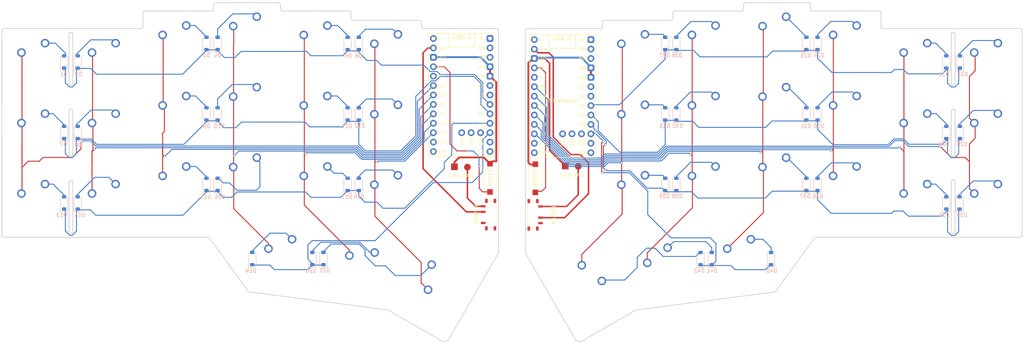
<source format=kicad_pcb>
(kicad_pcb (version 20221018) (generator pcbnew)
  (title_block (title "Corne Light") (date "2020-11-12") (rev "2.0") (company "foostan"))
  (layers (0 "F.Cu" signal) (31 "B.Cu" signal) (34 "B.Paste" user) (35 "F.Paste" user) (36 "B.SilkS" user "B.Silkscreen") (37 "F.SilkS" user "F.Silkscreen") (38 "B.Mask" user) (39 "F.Mask" user) (44 "Edge.Cuts" user))
  (net 0 "")
  (net 1 "row0")
  (net 2 "Net-(D1-Pad2)")
  (net 3 "row1")
  (net 4 "Net-(D2-Pad2)")
  (net 5 "row2")
  (net 6 "Net-(D3-Pad2)")
  (net 7 "row3")
  (net 8 "Net-(D4-Pad2)")
  (net 9 "Net-(D5-Pad2)")
  (net 10 "Net-(D6-Pad2)")
  (net 11 "Net-(D7-Pad2)")
  (net 12 "Net-(D8-Pad2)")
  (net 13 "Net-(D9-Pad2)")
  (net 14 "Net-(D10-Pad2)")
  (net 15 "Net-(D11-Pad2)")
  (net 16 "Net-(D12-Pad2)")
  (net 17 "Net-(D13-Pad2)")
  (net 18 "Net-(D14-Pad2)")
  (net 19 "Net-(D15-Pad2)")
  (net 20 "Net-(D16-Pad2)")
  (net 21 "Net-(D17-Pad2)")
  (net 22 "Net-(D18-Pad2)")
  (net 23 "Net-(D19-Pad2)")
  (net 24 "Net-(D20-Pad2)")
  (net 25 "Net-(D21-Pad2)")
  (net 26 "GND")
  (net 27 "col0")
  (net 28 "col1")
  (net 29 "col2")
  (net 30 "col3")
  (net 31 "col4")
  (net 32 "col5")
  (net 33 "reset")
  (net 34 "Net-(D22-Pad2)")
  (net 35 "row0_r")
  (net 36 "Net-(D23-Pad2)")
  (net 37 "Net-(D24-Pad2)")
  (net 38 "Net-(D25-Pad2)")
  (net 39 "Net-(D26-Pad2)")
  (net 40 "Net-(D27-Pad2)")
  (net 41 "row1_r")
  (net 42 "Net-(D28-Pad2)")
  (net 43 "Net-(D29-Pad2)")
  (net 44 "Net-(D30-Pad2)")
  (net 45 "Net-(D31-Pad2)")
  (net 46 "Net-(D32-Pad2)")
  (net 47 "Net-(D33-Pad2)")
  (net 48 "row2_r")
  (net 49 "Net-(D34-Pad2)")
  (net 50 "Net-(D35-Pad2)")
  (net 51 "Net-(D36-Pad2)")
  (net 52 "Net-(D37-Pad2)")
  (net 53 "Net-(D38-Pad2)")
  (net 54 "Net-(D39-Pad2)")
  (net 55 "Net-(D40-Pad2)")
  (net 56 "row3_r")
  (net 57 "Net-(D41-Pad2)")
  (net 58 "Net-(D42-Pad2)")
  (net 59 "reset_r")
  (net 60 "col0_r")
  (net 61 "col1_r")
  (net 62 "col2_r")
  (net 63 "col3_r")
  (net 64 "col4_r")
  (net 65 "col5_r")
  (net 66 "GNDA")
  (net 67 "raw")
  (net 68 "raw_r")
  (net 69 "raw2_r")
  (net 70 "raw2")
  (footprint "Personal:SMD 2Pin Switch" (layer "F.Cu") (at 153.7125 77.77 -90)
    (fp_text reference "RSW2" hide)
    (fp_text value "SW_PUSH" hide)
  )
  (footprint "PCM_marbastlib-mx:SW_MX_1u" (layer "F.Cu") (at 278.684847 45.920432)
    (fp_text reference "SW22" hide)
    (fp_text value "SW_PUSH" hide)
  )
  (footprint "PCM_marbastlib-mx:SW_MX_1u" (layer "F.Cu") (at 259.684847 45.920432)
    (fp_text reference "SW23" hide)
    (fp_text value "SW_PUSH" hide)
  )
  (footprint "PCM_marbastlib-mx:SW_MX_1u" (layer "F.Cu") (at 240.684847 41.170432)
    (fp_text reference "SW24" hide)
    (fp_text value "SW_PUSH" hide)
  )
  (footprint "PCM_marbastlib-mx:SW_MX_1u" (layer "F.Cu") (at 221.684847 38.795432)
    (fp_text reference "SW25" hide)
    (fp_text value "SW_PUSH" hide)
  )
  (footprint "PCM_marbastlib-mx:SW_MX_1u" (layer "F.Cu") (at 202.684847 41.170432)
    (fp_text reference "SW26" hide)
    (fp_text value "SW_PUSH" hide)
  )
  (footprint "PCM_marbastlib-mx:SW_MX_1u" (layer "F.Cu") (at 183.684847 43.545432)
    (fp_text reference "SW27" hide)
    (fp_text value "SW_PUSH" hide)
  )
  (footprint "PCM_marbastlib-mx:SW_MX_1u" (layer "F.Cu") (at 278.684847 64.920432)
    (fp_text reference "SW28" hide)
    (fp_text value "SW_PUSH" hide)
  )
  (footprint "PCM_marbastlib-mx:SW_MX_1u" (layer "F.Cu") (at 259.684847 64.920432)
    (fp_text reference "SW29" hide)
    (fp_text value "SW_PUSH" hide)
  )
  (footprint "PCM_marbastlib-mx:SW_MX_1u" (layer "F.Cu") (at 240.684847 60.170432)
    (fp_text reference "SW30" hide)
    (fp_text value "SW_PUSH" hide)
  )
  (footprint "PCM_marbastlib-mx:SW_MX_1u" (layer "F.Cu") (at 221.684847 57.795432)
    (fp_text reference "SW31" hide)
    (fp_text value "SW_PUSH" hide)
  )
  (footprint "PCM_marbastlib-mx:SW_MX_1u" (layer "F.Cu") (at 202.684847 60.170432)
    (fp_text reference "SW32" hide)
    (fp_text value "SW_PUSH" hide)
  )
  (footprint "PCM_marbastlib-mx:SW_MX_1u" (layer "F.Cu") (at 183.684847 62.545432)
    (fp_text reference "SW33" hide)
    (fp_text value "SW_PUSH" hide)
  )
  (footprint "PCM_marbastlib-mx:SW_MX_1u" (layer "F.Cu") (at 278.684847 83.920432)
    (fp_text reference "SW34" hide)
    (fp_text value "SW_PUSH" hide)
  )
  (footprint "PCM_marbastlib-mx:SW_MX_1u" (layer "F.Cu") (at 259.684847 83.920432)
    (fp_text reference "SW35" hide)
    (fp_text value "SW_PUSH" hide)
  )
  (footprint "PCM_marbastlib-mx:SW_MX_1u" (layer "F.Cu") (at 240.684847 79.170432)
    (fp_text reference "SW36" hide)
    (fp_text value "SW_PUSH" hide)
  )
  (footprint "PCM_marbastlib-mx:SW_MX_1u" (layer "F.Cu") (at 221.684847 76.795432)
    (fp_text reference "SW37" hide)
    (fp_text value "SW_PUSH" hide)
  )
  (footprint "PCM_marbastlib-mx:SW_MX_1u" (layer "F.Cu") (at 202.684847 79.170432)
    (fp_text reference "SW38" hide)
    (fp_text value "SW_PUSH" hide)
  )
  (footprint "PCM_marbastlib-mx:SW_MX_1u" (layer "F.Cu") (at 212.184847 98.795432)
    (fp_text reference "SW40" hide)
    (fp_text value "SW_PUSH" hide)
  )
  (footprint "PCM_marbastlib-mx:SW_MX_1u" (layer "F.Cu") (at 191.184847 101.545432 15)
    (fp_text reference "SW41" hide)
    (fp_text value "SW_PUSH" hide)
  )
  (footprint "PCM_marbastlib-mx:SW_MX_1u" (layer "F.Cu") (at 183.684847 81.545432)
    (fp_text reference "SW39" hide)
    (fp_text value "SW_PUSH" hide)
  )
  (footprint "Personal:nice_nano_v2_full" (layer "F.Cu") (at 136.8925 56.0896)
    (fp_text reference "U1" hide)
    (fp_text value "NiceNano!" hide)
  )
  (footprint "Personal:nice_nano_v2_full" (layer "F.Cu") (at 164.062847 56.405)
    (fp_text reference "U2" hide)
    (fp_text value "NiceNano!")
  )
  (footprint "PCM_marbastlib-mx:SW_MX_1u" (layer "F.Cu") (at 117.1875 43.545)
    (fp_text reference "SW6" hide)
    (fp_text value "SW_PUSH" hide)
  )
  (footprint "PCM_marbastlib-mx:SW_MX_1u" (layer "F.Cu") (at 98.1875 41.17)
    (fp_text reference "SW5" hide)
    (fp_text value "SW_PUSH" hide)
  )
  (footprint "PCM_marbastlib-mx:SW_MX_1u" (layer "F.Cu") (at 79.1875 38.795)
    (fp_text reference "SW4" hide)
    (fp_text value "SW_PUSH" hide)
  )
  (footprint "PCM_marbastlib-mx:SW_MX_1u" (layer "F.Cu") (at 60.1875 41.17)
    (fp_text reference "SW3" hide)
    (fp_text value "SW_PUSH" hide)
  )
  (footprint "PCM_marbastlib-mx:SW_MX_1u" (layer "F.Cu") (at 41.1875 45.92)
    (fp_text reference "SW2" hide)
    (fp_text value "SW_PUSH" hide)
  )
  (footprint "PCM_marbastlib-mx:SW_MX_1u" (layer "F.Cu") (at 117.1875 81.545)
    (fp_text reference "SW18" hide)
    (fp_text value "SW_PUSH" hide)
  )
  (footprint "PCM_marbastlib-mx:SW_MX_1.5u" (layer "F.Cu") (at 131.9375 105.295 60)
    (fp_text reference "SW21" hide)
    (fp_text value "SW_PUSH" hide)
  )
  (footprint "PCM_marbastlib-mx:SW_MX_1u" (layer "F.Cu") (at 22.1875 83.92)
    (fp_text reference "SW13" hide)
    (fp_text value "SW_PUSH" hide)
  )
  (footprint "PCM_marbastlib-mx:SW_MX_1u" (layer "F.Cu") (at 109.6875 101.545 -15)
    (fp_text reference "SW20" hide)
    (fp_text value "SW_PUSH" hide)
  )
  (footprint "PCM_marbastlib-mx:SW_MX_1u" (layer "F.Cu") (at 88.6875 98.795)
    (fp_text reference "SW19" hide)
    (fp_text value "SW_PUSH" hide)
  )
  (footprint "PCM_marbastlib-mx:SW_MX_1u" (layer "F.Cu") (at 98.1875 79.17)
    (fp_text reference "SW17" hide)
    (fp_text value "SW_PUSH" hide)
  )
  (footprint "PCM_marbastlib-mx:SW_MX_1u" (layer "F.Cu") (at 79.1875 76.795)
    (fp_text reference "SW16" hide)
    (fp_text value "SW_PUSH" hide)
  )
  (footprint "PCM_marbastlib-mx:SW_MX_1u" (layer "F.Cu") (at 60.1875 79.17)
    (fp_text reference "SW15" hide)
    (fp_text value "SW_PUSH" hide)
  )
  (footprint "PCM_marbastlib-mx:SW_MX_1u" (layer "F.Cu") (at 41.1875 83.92)
    (fp_text reference "SW14" hide)
    (fp_text value "SW_PUSH" hide)
  )
  (footprint "PCM_marbastlib-mx:SW_MX_1u" (layer "F.Cu") (at 117.1875 62.545)
    (fp_text reference "SW12" hide)
    (fp_text value "SW_PUSH" hide)
  )
  (footprint "PCM_marbastlib-mx:SW_MX_1u" (layer "F.Cu") (at 98.1875 60.17)
    (fp_text reference "SW11" hide)
    (fp_text value "SW_PUSH" hide)
  )
  (footprint "PCM_marbastlib-mx:SW_MX_1u" (layer "F.Cu") (at 79.1875 57.795)
    (fp_text reference "SW10" hide)
    (fp_text value "SW_PUSH" hide)
  )
  (footprint "PCM_marbastlib-mx:SW_MX_1u" (layer "F.Cu") (at 60.1875 60.17)
    (fp_text reference "SW9" hide)
    (fp_text value "SW_PUSH" hide)
  )
  (footprint "PCM_marbastlib-mx:SW_MX_1u" (layer "F.Cu") (at 41.1875 64.92)
    (fp_text reference "SW8" hide)
    (fp_text value "SW_PUSH" hide)
  )
  (footprint "PCM_marbastlib-mx:SW_MX_1u" (layer "F.Cu") (at 22.1875 64.92)
    (fp_text reference "SW7" hide)
    (fp_text value "SW_PUSH" hide)
  )
  (footprint "PCM_marbastlib-mx:SW_MX_1u" (layer "F.Cu") (at 22.1875 45.92)
    (fp_text reference "SW1" hide)
    (fp_text value "SW_PUSH" hide)
  )
  (footprint "PCM_kbd:spacer_m2" (layer "F.Cu") (at 31.6955 74.4205)
    (fp_text reference "Ref**" hide)
    (fp_text value "Val**" hide)
  )
  (footprint "PCM_kbd:spacer_m2" (layer "F.Cu") (at 31.6955 55.4205)
    (fp_text reference "Ref**" hide)
    (fp_text value "Val**" hide)
  )
  (footprint "PCM_kbd:spacer_m2" (layer "F.Cu") (at 121.4055 99.3)
    (fp_text reference "Ref**" hide)
    (fp_text value "Val**" hide)
  )
  (footprint "PCM_marbastlib-mx:SW_MX_1.5u" (layer "F.Cu") (at 168.934847 105.295432 -60)
    (fp_text reference "SW42" hide)
    (fp_text value "SW_PUSH" hide)
  )
  (footprint "Personal:SMD 2Pin Switch" (layer "F.Cu") (at 141.5125 77.645 -90)
    (fp_text reference "RSW1" hide)
    (fp_text value "SW_PUSH" hide)
  )
  (footprint "PCM_kbd:spacer_m2" (layer "F.Cu") (at 193.235847 51.936932)
    (fp_text reference "Ref**" hide)
    (fp_text value "Val**" hide)
  )
  (footprint "PCM_kbd:spacer_m2" (layer "F.Cu") (at 179.485847 99.446932)
    (fp_text reference "Ref**" hide)
    (fp_text value "Val**" hide)
  )
  (footprint "PCM_kbd:spacer_m2" (layer "F.Cu") (at 226.055847 91.696932)
    (fp_text reference "Ref**" hide)
    (fp_text value "Val**" hide)
  )
  (footprint "PCM_kbd:spacer_m2" (layer "F.Cu") (at 269.195847 55.426932)
    (fp_text reference "Ref**" hide)
    (fp_text value "Val**" hide)
  )
  (footprint "PCM_kbd:spacer_m2" (layer "F.Cu") (at 269.195847 74.426932)
    (fp_text reference "Ref**" hide)
    (fp_text value "Val**" hide)
  )
  (footprint "PCM_kbd:spacer_m2" (layer "F.Cu") (at 50.7125 74.445)
    (fp_text reference "Ref**" hide)
    (fp_text value "Val**" hide)
  )
  (footprint "PCM_kbd:spacer_m2" (layer "F.Cu") (at 250.2125 74.426932)
    (fp_text reference "Ref**" hide)
    (fp_text value "Val**" hide)
  )
  (footprint "PCM_kbd:spacer_m2" (layer "F.Cu") (at 250.2125 55.426932)
    (fp_text reference "Ref**" hide)
    (fp_text value "Val**" hide)
  )
  (footprint "Personal:SW_MSK12C02-HB" (layer "F.Cu") (at 144.6875 87.07 -90)
    (fp_text reference "REF**" hide)
    (fp_text value "SW_MSK12C02-HB")
  )
  (footprint "Personal:SMD Power Connector" (layer "F.Cu") (at 168.1125 78.66)
    (fp_text reference "REF**" hide)
    (fp_text value "SMD Power Connector" hide)
  )
  (footprint "Personal:SW_MSK12C02-HB" (layer "F.Cu") (at 156.1125 87.12 90)
    (fp_text reference "REF**" hide)
    (fp_text value "SW_MSK12C02-HB")
  )
  (footprint "Personal:SMD Power Connector" (layer "F.Cu") (at 138.2875 78.87)
    (fp_text reference "REF**" hide)
    (fp_text value "SMD Power Connector" hide)
  )
  (footprint "Diode_SMD:D_SOD-123" (layer "B.Cu") (at 270.9125 83.920432 90)
    (fp_text reference "D34")
    (fp_text value "D")
  )
  (footprint "Diode_SMD:D_SOD-123" (layer "B.Cu") (at 232.684847 78.920432 90)
    (fp_text reference "D36")
    (fp_text value "D")
  )
  (footprint "Diode_SMD:D_SOD-123" (layer "B.Cu") (at 229.684847 78.915432 90)
    (fp_text reference "D37")
    (fp_text value "D")
  )
  (footprint "Diode_SMD:D_SOD-123" (layer "B.Cu") (at 194.684847 78.920432 90)
    (fp_text reference "D38")
    (fp_text value "D")
  )
  (footprint "Diode_SMD:D_SOD-123" (layer "B.Cu") (at 191.684847 78.920432 90)
    (fp_text reference "D39")
    (fp_text value "D")
  )
  (footprint "Diode_SMD:D_SOD-123" (layer "B.Cu") (at 220.184847 98.930432 90)
    (fp_text reference "D40")
    (fp_text value "D")
  )
  (footprint "Diode_SMD:D_SOD-123" (layer "B.Cu") (at 204.194847 98.915432 90)
    (fp_text reference "D41")
    (fp_text value "D")
  )
  (footprint "Diode_SMD:D_SOD-123" (layer "B.Cu") (at 201.194847 98.915432 90)
    (fp_text reference "D42")
    (fp_text value "D")
  )
  (footprint "Diode_SMD:D_SOD-123" (layer "B.Cu") (at 271.0125 45.920432 90)
    (fp_text reference "D22")
    (fp_text value "D")
  )
  (footprint "Diode_SMD:D_SOD-123" (layer "B.Cu") (at 267.3625 45.920432 90)
    (fp_text reference "D23")
    (fp_text value "D")
  )
  (footprint "Diode_SMD:D_SOD-123" (layer "B.Cu") (at 232.684847 40.920432 90)
    (fp_text reference "D24")
    (fp_text value "D")
  )
  (footprint "Diode_SMD:D_SOD-123" (layer "B.Cu") (at 229.684847 40.915432 90)
    (fp_text reference "D25")
    (fp_text value "D")
  )
  (footprint "Diode_SMD:D_SOD-123" (layer "B.Cu") (at 194.684847 40.920432 90)
    (fp_text reference "D26")
    (fp_text value "D")
  )
  (footprint "Diode_SMD:D_SOD-123" (layer "B.Cu") (at 191.684847 40.920432 90)
    (fp_text reference "D27")
    (fp_text value "D")
  )
  (footprint "Diode_SMD:D_SOD-123" (layer "B.Cu") (at 271.0125 64.920432 90)
    (fp_text reference "D28")
    (fp_text value "D")
  )
  (footprint "Diode_SMD:D_SOD-123" (layer "B.Cu") (at 267.3625 64.920432 90)
    (fp_text reference "D29")
    (fp_text value "D")
  )
  (footprint "Diode_SMD:D_SOD-123" (layer "B.Cu") (at 232.684847 59.920432 90)
    (fp_text reference "D30")
    (fp_text value "D")
  )
  (footprint "Diode_SMD:D_SOD-123" (layer "B.Cu") (at 229.684847 59.915432 90)
    (fp_text reference "D31")
    (fp_text value "D")
  )
  (footprint "Diode_SMD:D_SOD-123" (layer "B.Cu") (at 194.684847 59.920432 90)
    (fp_text reference "D32")
    (fp_text value "D")
  )
  (footprint "Diode_SMD:D_SOD-123" (layer "B.Cu") (at 33.5125 83.92 90)
    (fp_text reference "D14")
    (fp_text value "D")
  )
  (footprint "Diode_SMD:D_SOD-123" (layer "B.Cu") (at 33.5125 64.92 90)
    (fp_text reference "D8")
    (fp_text value "D")
  )
  (footprint "Diode_SMD:D_SOD-123" (layer "B.Cu") (at 33.5125 45.92 90)
    (fp_text reference "D2")
    (fp_text value "D")
  )
  (footprint "Diode_SMD:D_SOD-123" (layer "B.Cu") (at 191.684847 59.920432 90)
    (fp_text reference "D33")
    (fp_text value "D")
  )
  (footprint "Diode_SMD:D_SOD-123" (layer "B.Cu") (at 99.6875 98.905 90)
    (fp_text reference "D21")
    (fp_text value "D")
  )
  (footprint "Diode_SMD:D_SOD-123" (layer "B.Cu") (at 96.6875 98.905 90)
    (fp_text reference "D20")
    (fp_text value "D")
  )
  (footprint "Diode_SMD:D_SOD-123" (layer "B.Cu") (at 80.5075 98.91 90)
    (fp_text reference "D19")
    (fp_text value "D")
  )
  (footprint "Diode_SMD:D_SOD-123" (layer "B.Cu") (at 109.1875 78.92 90)
    (fp_text reference "D18")
    (fp_text value "D")
  )
  (footprint "Diode_SMD:D_SOD-123" (layer "B.Cu") (at 106.1875 78.92 90)
    (fp_text reference "D17")
    (fp_text value "D")
  )
  (footprint "Diode_SMD:D_SOD-123" (layer "B.Cu") (at 71.1875 78.915 90)
    (fp_text reference "D16")
    (fp_text value "D")
  )
  (footprint "Diode_SMD:D_SOD-123" (layer "B.Cu") (at 68.1875 78.92 90)
    (fp_text reference "D15")
    (fp_text value "D")
  )
  (footprint "Diode_SMD:D_SOD-123" (layer "B.Cu") (at 29.8625 83.916875 90)
    (fp_text reference "D13")
    (fp_text value "D")
  )
  (footprint "Diode_SMD:D_SOD-123" (layer "B.Cu") (at 109.1875 59.92 90)
    (fp_text reference "D12")
    (fp_text value "D")
  )
  (footprint "Diode_SMD:D_SOD-123" (layer "B.Cu") (at 106.1875 59.92 90)
    (fp_text reference "D11")
    (fp_text value "D")
  )
  (footprint "Diode_SMD:D_SOD-123" (layer "B.Cu") (at 71.1875 59.915 90)
    (fp_text reference "D10")
    (fp_text value "D")
  )
  (footprint "Diode_SMD:D_SOD-123" (layer "B.Cu") (at 68.1875 59.92 90)
    (fp_text reference "D9")
    (fp_text value "D")
  )
  (footprint "Diode_SMD:D_SOD-123" (layer "B.Cu") (at 29.8625 64.916875 90)
    (fp_text reference "D7")
    (fp_text value "D")
  )
  (footprint "Diode_SMD:D_SOD-123" (layer "B.Cu") (at 109.1875 40.92 90)
    (fp_text reference "D6")
    (fp_text value "D")
  )
  (footprint "Diode_SMD:D_SOD-123" (layer "B.Cu") (at 106.1875 40.92 90)
    (fp_text reference "D5")
    (fp_text value "D")
  )
  (footprint "Diode_SMD:D_SOD-123" (layer "B.Cu") (at 71.1875 40.915 90)
    (fp_text reference "D4")
    (fp_text value "D")
  )
  (footprint "Diode_SMD:D_SOD-123" (layer "B.Cu") (at 68.1875 40.92 90)
    (fp_text reference "D3")
    (fp_text value "D")
  )
  (footprint "Diode_SMD:D_SOD-123" (layer "B.Cu") (at 29.8625 45.916875 90)
    (fp_text reference "D1")
    (fp_text value "D")
  )
  (footprint "Diode_SMD:D_SOD-123" (layer "B.Cu") (at 267.3625 83.920432 90)
    (fp_text reference "D35")
    (fp_text value "D")
  )
  (footprint "PCM_kbd:spacer_m2" (layer "B.Cu") (at 107.6505 51.9305 180)
    (fp_text reference "Ref**" hide)
    (fp_text value "Val**" hide)
  )
  (footprint "PCM_kbd:spacer_m2" (layer "B.Cu") (at 50.7125 55.445 180)
    (fp_text reference "Ref**" hide)
    (fp_text value "Val**" hide)
  )
  (gr_line (start 31.1975 51.66) (end 31.1975 38.41) (stroke (width 0.2)) (layer "Edge.Cuts"))
  (gr_line (start 32.1975 59.16) (end 32.1975 70.66) (stroke (width 0.2)) (layer "Edge.Cuts"))
  (gr_line (start 31.47875 37.94125) (end 31.6975 37.91) (stroke (width 0.2)) (layer "Edge.Cuts"))
  (gr_line (start 31.885 37.94125) (end 31.6975 37.91) (stroke (width 0.2)) (layer "Edge.Cuts"))
  (gr_line (start 31.22875 38.2225) (end 31.3225 38.035) (stroke (width 0.2)) (layer "Edge.Cuts"))
  (gr_line (start 31.22875 38.2225) (end 31.1975 38.41) (stroke (width 0.2)) (layer "Edge.Cuts"))
  (gr_line (start 32.16625 38.2225) (end 32.0725 38.035) (stroke (width 0.2)) (layer "Edge.Cuts"))
  (gr_line (start 32.1975 38.41) (end 32.16625 38.2225) (stroke (width 0.2)) (layer "Edge.Cuts"))
  (gr_line (start 31.51 52.12875) (end 31.6975 52.16) (stroke (width 0.2)) (layer "Edge.Cuts"))
  (gr_line (start 31.22875 51.8475) (end 31.3225 52.035) (stroke (width 0.2)) (layer "Edge.Cuts"))
  (gr_line (start 31.1975 51.66) (end 31.22875 51.8475) (stroke (width 0.2)) (layer "Edge.Cuts"))
  (gr_line (start 32.16625 51.8475) (end 32.1975 51.66) (stroke (width 0.2)) (layer "Edge.Cuts"))
  (gr_line (start 31.91625 52.12875) (end 32.0725 52.035) (stroke (width 0.2)) (layer "Edge.Cuts"))
  (gr_line (start 32.16625 51.8475) (end 32.0725 52.035) (stroke (width 0.2)) (layer "Edge.Cuts"))
  (gr_line (start 31.91625 52.12875) (end 31.6975 52.16) (stroke (width 0.2)) (layer "Edge.Cuts"))
  (gr_line (start 31.3225 52.035) (end 31.51 52.12875) (stroke (width 0.2)) (layer "Edge.Cuts"))
  (gr_line (start 31.885 58.69125) (end 31.6975 58.66) (stroke (width 0.2)) (layer "Edge.Cuts"))
  (gr_line (start 32.16625 58.9725) (end 32.0725 58.785) (stroke (width 0.2)) (layer "Edge.Cuts"))
  (gr_line (start 32.1975 59.16) (end 32.16625 58.9725) (stroke (width 0.2)) (layer "Edge.Cuts"))
  (gr_line (start 31.22875 58.9725) (end 31.1975 59.16) (stroke (width 0.2)) (layer "Edge.Cuts"))
  (gr_line (start 31.47875 58.69125) (end 31.3225 58.785) (stroke (width 0.2)) (layer "Edge.Cuts"))
  (gr_line (start 31.22875 58.9725) (end 31.3225 58.785) (stroke (width 0.2)) (layer "Edge.Cuts"))
  (gr_line (start 31.47875 58.69125) (end 31.6975 58.66) (stroke (width 0.2)) (layer "Edge.Cuts"))
  (gr_line (start 32.0725 58.785) (end 31.885 58.69125) (stroke (width 0.2)) (layer "Edge.Cuts"))
  (gr_line (start 31.51 71.12875) (end 31.6975 71.16) (stroke (width 0.2)) (layer "Edge.Cuts"))
  (gr_line (start 32.16625 70.8475) (end 32.1975 70.66) (stroke (width 0.2)) (layer "Edge.Cuts"))
  (gr_line (start 32.16625 70.8475) (end 32.0725 71.035) (stroke (width 0.2)) (layer "Edge.Cuts"))
  (gr_line (start 31.22875 70.8475) (end 31.3225 71.035) (stroke (width 0.2)) (layer "Edge.Cuts"))
  (gr_line (start 31.91625 71.12875) (end 32.0725 71.035) (stroke (width 0.2)) (layer "Edge.Cuts"))
  (gr_line (start 31.3225 71.035) (end 31.51 71.12875) (stroke (width 0.2)) (layer "Edge.Cuts"))
  (gr_line (start 31.91625 71.12875) (end 31.6975 71.16) (stroke (width 0.2)) (layer "Edge.Cuts"))
  (gr_line (start 31.1975 70.66) (end 31.22875 70.8475) (stroke (width 0.2)) (layer "Edge.Cuts"))
  (gr_line (start 31.47875 77.94125) (end 31.3225 78.035) (stroke (width 0.2)) (layer "Edge.Cuts"))
  (gr_line (start 31.22875 78.2225) (end 31.3225 78.035) (stroke (width 0.2)) (layer "Edge.Cuts"))
  (gr_line (start 32.16625 78.2225) (end 32.0725 78.035) (stroke (width 0.2)) (layer "Edge.Cuts"))
  (gr_line (start 31.885 77.94125) (end 31.6975 77.91) (stroke (width 0.2)) (layer "Edge.Cuts"))
  (gr_line (start 32.0725 78.035) (end 31.885 77.94125) (stroke (width 0.2)) (layer "Edge.Cuts"))
  (gr_line (start 31.22875 78.2225) (end 31.1975 78.41) (stroke (width 0.2)) (layer "Edge.Cuts"))
  (gr_line (start 32.1975 78.41) (end 32.16625 78.2225) (stroke (width 0.2)) (layer "Edge.Cuts"))
  (gr_line (start 31.47875 77.94125) (end 31.6975 77.91) (stroke (width 0.2)) (layer "Edge.Cuts"))
  (gr_line (start 32.16625 91.8475) (end 32.1975 91.66) (stroke (width 0.2)) (layer "Edge.Cuts"))
  (gr_line (start 31.91625 92.12875) (end 32.0725 92.035) (stroke (width 0.2)) (layer "Edge.Cuts"))
  (gr_line (start 31.91625 92.12875) (end 31.6975 92.16) (stroke (width 0.2)) (layer "Edge.Cuts"))
  (gr_line (start 32.16625 91.8475) (end 32.0725 92.035) (stroke (width 0.2)) (layer "Edge.Cuts"))
  (gr_line (start 31.1975 91.66) (end 31.22875 91.8475) (stroke (width 0.2)) (layer "Edge.Cuts"))
  (gr_line (start 31.22875 91.8475) (end 31.3225 92.035) (stroke (width 0.2)) (layer "Edge.Cuts"))
  (gr_line (start 31.51 92.12875) (end 31.6975 92.16) (stroke (width 0.2)) (layer "Edge.Cuts"))
  (gr_line (start 31.3225 92.035) (end 31.51 92.12875) (stroke (width 0.2)) (layer "Edge.Cuts"))
  (gr_line (start 269.385 37.94125) (end 269.1975 37.91) (stroke (width 0.2)) (layer "Edge.Cuts"))
  (gr_line (start 269.66625 38.2225) (end 269.5725 38.035) (stroke (width 0.2)) (layer "Edge.Cuts"))
  (gr_line (start 269.6975 38.41) (end 269.66625 38.2225) (stroke (width 0.2)) (layer "Edge.Cuts"))
  (gr_line (start 268.72875 38.2225) (end 268.6975 38.41) (stroke (width 0.2)) (layer "Edge.Cuts"))
  (gr_line (start 268.97875 37.94125) (end 268.8225 38.035) (stroke (width 0.2)) (layer "Edge.Cuts"))
  (gr_line (start 268.72875 38.2225) (end 268.8225 38.035) (stroke (width 0.2)) (layer "Edge.Cuts"))
  (gr_line (start 268.97875 37.94125) (end 269.1975 37.91) (stroke (width 0.2)) (layer "Edge.Cuts"))
  (gr_line (start 269.5725 38.035) (end 269.385 37.94125) (stroke (width 0.2)) (layer "Edge.Cuts"))
  (gr_line (start 269.66625 51.8475) (end 269.5725 52.035) (stroke (width 0.2)) (layer "Edge.Cuts"))
  (gr_line (start 269.41625 52.12875) (end 269.5725 52.035) (stroke (width 0.2)) (layer "Edge.Cuts"))
  (gr_line (start 268.72875 51.8475) (end 268.8225 52.035) (stroke (width 0.2)) (layer "Edge.Cuts"))
  (gr_line (start 269.01 52.12875) (end 269.1975 52.16) (stroke (width 0.2)) (layer "Edge.Cuts"))
  (gr_line (start 269.41625 52.12875) (end 269.1975 52.16) (stroke (width 0.2)) (layer "Edge.Cuts"))
  (gr_line (start 269.66625 51.8475) (end 269.6975 51.66) (stroke (width 0.2)) (layer "Edge.Cuts"))
  (gr_line (start 268.8225 52.035) (end 269.01 52.12875) (stroke (width 0.2)) (layer "Edge.Cuts"))
  (gr_line (start 268.6975 51.66) (end 268.72875 51.8475) (stroke (width 0.2)) (layer "Edge.Cuts"))
  (gr_line (start 268.97875 58.69125) (end 269.1975 58.66) (stroke (width 0.2)) (layer "Edge.Cuts"))
  (gr_line (start 268.72875 58.9725) (end 268.6975 59.16) (stroke (width 0.2)) (layer "Edge.Cuts"))
  (gr_line (start 269.5725 58.785) (end 269.385 58.69125) (stroke (width 0.2)) (layer "Edge.Cuts"))
  (gr_line (start 269.66625 58.9725) (end 269.5725 58.785) (stroke (width 0.2)) (layer "Edge.Cuts"))
  (gr_line (start 269.385 58.69125) (end 269.1975 58.66) (stroke (width 0.2)) (layer "Edge.Cuts"))
  (gr_line (start 268.97875 58.69125) (end 268.8225 58.785) (stroke (width 0.2)) (layer "Edge.Cuts"))
  (gr_line (start 268.72875 58.9725) (end 268.8225 58.785) (stroke (width 0.2)) (layer "Edge.Cuts"))
  (gr_line (start 269.6975 59.16) (end 269.66625 58.9725) (stroke (width 0.2)) (layer "Edge.Cuts"))
  (gr_line (start 269.41625 71.12875) (end 269.1975 71.16) (stroke (width 0.2)) (layer "Edge.Cuts"))
  (gr_line (start 269.66625 70.8475) (end 269.6975 70.66) (stroke (width 0.2)) (layer "Edge.Cuts"))
  (gr_line (start 268.6975 70.66) (end 268.72875 70.8475) (stroke (width 0.2)) (layer "Edge.Cuts"))
  (gr_line (start 269.41625 71.12875) (end 269.5725 71.035) (stroke (width 0.2)) (layer "Edge.Cuts"))
  (gr_line (start 269.01 71.12875) (end 269.1975 71.16) (stroke (width 0.2)) (layer "Edge.Cuts"))
  (gr_line (start 269.66625 70.8475) (end 269.5725 71.035) (stroke (width 0.2)) (layer "Edge.Cuts"))
  (gr_line (start 268.8225 71.035) (end 269.01 71.12875) (stroke (width 0.2)) (layer "Edge.Cuts"))
  (gr_line (start 268.72875 70.8475) (end 268.8225 71.035) (stroke (width 0.2)) (layer "Edge.Cuts"))
  (gr_line (start 269.66625 77.9725) (end 269.5725 77.785) (stroke (width 0.2)) (layer "Edge.Cuts"))
  (gr_line (start 268.72875 77.9725) (end 268.8225 77.785) (stroke (width 0.2)) (layer "Edge.Cuts"))
  (gr_line (start 269.5725 77.785) (end 269.385 77.69125) (stroke (width 0.2)) (layer "Edge.Cuts"))
  (gr_line (start 268.72875 77.9725) (end 268.6975 78.16) (stroke (width 0.2)) (layer "Edge.Cuts"))
  (gr_line (start 268.97875 77.69125) (end 268.8225 77.785) (stroke (width 0.2)) (layer "Edge.Cuts"))
  (gr_line (start 269.385 77.69125) (end 269.1975 77.66) (stroke (width 0.2)) (layer "Edge.Cuts"))
  (gr_line (start 269.6975 78.16) (end 269.66625 77.9725) (stroke (width 0.2)) (layer "Edge.Cuts"))
  (gr_line (start 268.97875 77.69125) (end 269.1975 77.66) (stroke (width 0.2)) (layer "Edge.Cuts"))
  (gr_line (start 268.6975 91.66) (end 268.72875 91.8475) (stroke (width 0.2)) (layer "Edge.Cuts"))
  (gr_line (start 269.41625 92.12875) (end 269.1975 92.16) (stroke (width 0.2)) (layer "Edge.Cuts"))
  (gr_line (start 269.01 92.12875) (end 269.1975 92.16) (stroke (width 0.2)) (layer "Edge.Cuts"))
  (gr_line (start 269.66625 91.8475) (end 269.5725 92.035) (stroke (width 0.2)) (layer "Edge.Cuts"))
  (gr_line (start 268.8225 92.035) (end 269.01 92.12875) (stroke (width 0.2)) (layer "Edge.Cuts"))
  (gr_line (start 268.72875 91.8475) (end 268.8225 92.035) (stroke (width 0.2)) (layer "Edge.Cuts"))
  (gr_line (start 269.66625 91.8475) (end 269.6975 91.66) (stroke (width 0.2)) (layer "Edge.Cuts"))
  (gr_line (start 269.41625 92.12875) (end 269.5725 92.035) (stroke (width 0.2)) (layer "Edge.Cuts"))
  (gr_line (start 268.6975 59.16) (end 268.6975 70.66) (stroke (width 0.2)) (layer "Edge.Cuts"))
  (gr_line (start 212.272388 32.187302) (end 205.22268 32.187302) (stroke (width 0.2)) (layer "Edge.Cuts"))
  (gr_line (start 168.820651 121.320894) (end 168.632691 121.336134) (stroke (width 0.2)) (layer "Edge.Cuts"))
  (gr_line (start 154.022626 37.437477) (end 154.053106 37.267297) (stroke (width 0.2)) (layer "Edge.Cuts"))
  (gr_line (start 287.743334 37.269837) (end 287.773814 37.437477) (stroke (width 0.2)) (layer "Edge.Cuts"))
  (gr_line (start 184.192716 112.728083) (end 184.352736 112.707763) (stroke (width 0.2)) (layer "Edge.Cuts"))
  (gr_arc (start 51.080311 36.29843) (mid 50.909999 36.729999) (end 50.490861 36.92895) (stroke (width 0.2)) (layer "Edge.Cuts"))
  (gr_line (start 174.441665 36.909158) (end 174.274026 36.937098) (stroke (width 0.2)) (layer "Edge.Cuts"))
  (gr_line (start 212.772768 30.437244) (end 212.803248 30.267064) (stroke (width 0.2)) (layer "Edge.Cuts"))
  (gr_line (start 32.0725 38.035) (end 31.885 37.94125) (stroke (width 0.2)) (layer "Edge.Cuts"))
  (gr_arc (start 70.09 31.55) (mid 69.919687 31.98157) (end 69.500548 32.180521) (stroke (width 0.2)) (layer "Edge.Cuts"))
  (gr_line (start 154.075966 97.353478) (end 154.042946 97.188378) (stroke (width 0.2)) (layer "Edge.Cuts"))
  (gr_line (start 243.245117 93.185342) (end 281.14696 93.187882) (stroke (width 0.2)) (layer "Edge.Cuts"))
  (gr_line (start 250.273291 36.934558) (end 287.273434 36.937098) (stroke (width 0.2)) (layer "Edge.Cuts"))
  (gr_line (start 212.772768 31.686923) (end 212.742288 31.857103) (stroke (width 0.2)) (layer "Edge.Cuts"))
  (gr_line (start 31.1975 91.66) (end 31.1975 78.41) (stroke (width 0.2)) (layer "Edge.Cuts"))
  (gr_line (start 221.375739 107.790328) (end 221.261439 107.876688) (stroke (width 0.2)) (layer "Edge.Cuts"))
  (gr_line (start 287.672214 92.987222) (end 287.570614 93.088822) (stroke (width 0.2)) (layer "Edge.Cuts"))
  (gr_line (start 167.857992 121.102454) (end 167.741152 121.016095) (stroke (width 0.2)) (layer "Edge.Cuts"))
  (gr_line (start 184.019996 112.756023) (end 184.192716 112.728083) (stroke (width 0.2)) (layer "Edge.Cuts"))
  (gr_line (start 287.773814 37.437477) (end 287.773814 92.684963) (stroke (width 0.2)) (layer "Edge.Cuts"))
  (gr_line (start 213.102967 29.967344) (end 213.273147 29.936864) (stroke (width 0.2)) (layer "Edge.Cuts"))
  (gr_line (start 268.6975 78.16) (end 268.6975 91.66) (stroke (width 0.2)) (layer "Edge.Cuts"))
  (gr_line (start 287.674754 37.137757) (end 287.743334 37.269837) (stroke (width 0.2)) (layer "Edge.Cuts"))
  (gr_line (start 249.442711 32.217782) (end 249.572251 32.288902) (stroke (width 0.2)) (layer "Edge.Cuts"))
  (gr_line (start 287.570614 93.088822) (end 287.441074 93.157402) (stroke (width 0.2)) (layer "Edge.Cuts"))
  (gr_line (start 212.874367 30.137524) (end 212.973427 30.035924) (stroke (width 0.2)) (layer "Edge.Cuts"))
  (gr_line (start 168.444731 121.323434) (end 168.277092 121.290414) (stroke (width 0.2)) (layer "Edge.Cuts"))
  (gr_line (start 168.632691 121.336134) (end 168.444731 121.323434) (stroke (width 0.2)) (layer "Edge.Cuts"))
  (gr_arc (start 107.6775 34.678951) (mid 107.258361 34.48) (end 107.088048 34.04843) (stroke (width 0.2)) (layer "Edge.Cuts"))
  (gr_line (start 287.443614 36.967578) (end 287.573154 37.038697) (stroke (width 0.2)) (layer "Edge.Cuts"))
  (gr_line (start 269.6975 51.66) (end 269.6975 38.41) (stroke (width 0.2)) (layer "Edge.Cuts"))
  (gr_line (start 230.80167 31.854563) (end 230.77373 31.686923) (stroke (width 0.2)) (layer "Edge.Cuts"))
  (gr_line (start 231.274109 32.187302) (end 243.1375 32.195) (stroke (width 0.2)) (layer "Edge.Cuts"))
  (gr_line (start 269.6975 91.66) (end 269.6975 78.16) (stroke (width 0.2)) (layer "Edge.Cuts"))
  (gr_line (start 183.854896 112.794123) (end 184.019996 112.756023) (stroke (width 0.2)) (layer "Edge.Cuts"))
  (gr_line (start 167.474452 120.718915) (end 154.248685 97.785277) (stroke (width 0.2)) (layer "Edge.Cuts"))
  (gr_line (start 212.673708 31.989182) (end 212.572108 32.088242) (stroke (width 0.2)) (layer "Edge.Cuts"))
  (gr_line (start 212.973427 30.035924) (end 213.102967 29.967344) (stroke (width 0.2)) (layer "Edge.Cuts"))
  (gr_line (start 249.272532 32.187302) (end 249.442711 32.217782) (stroke (width 0.2)) (layer "Edge.Cuts"))
  (gr_line (start 87.500861 29.929244) (end 70.679139 29.929244) (stroke (width 0.2)) (layer "Edge.Cuts"))
  (gr_arc (start 13.089687 37.56) (mid 13.26 37.12843) (end 13.679139 36.929479) (stroke (width 0.2)) (layer "Edge.Cuts"))
  (gr_line (start 193.570387 34.5876) (end 193.440847 34.65872) (stroke (width 0.2)) (layer "Edge.Cuts"))
  (gr_line (start 154.523005 36.934558) (end 174.274026 36.937098) (stroke (width 0.2)) (layer "Edge.Cuts"))
  (gr_line (start 154.225825 37.036157) (end 154.355365 36.965038) (stroke (width 0.2)) (layer "Edge.Cuts"))
  (gr_line (start 126.080313 35.309765) (end 126.08 36.3) (stroke (width 0.2)) (layer "Edge.Cuts"))
  (gr_line (start 31.47875 37.94125) (end 31.3225 38.035) (stroke (width 0.2)) (layer "Edge.Cuts"))
  (gr_line (start 193.773586 34.18374) (end 193.773586 32.685142) (stroke (width 0.2)) (layer "Edge.Cuts"))
  (gr_line (start 213.273147 29.934324) (end 230.27335 29.934324) (stroke (width 0.2)) (layer "Edge.Cuts"))
  (gr_line (start 193.773586 34.18628) (end 193.743106 34.359) (stroke (width 0.2)) (layer "Edge.Cuts"))
  (gr_line (start 133.374474 120.712726) (end 146.600919 97.742048) (stroke (width 0.2)) (layer "Edge.Cuts"))
  (gr_line (start 230.97185 32.085702) (end 230.87279 31.986642) (stroke (width 0.2)) (layer "Edge.Cuts"))
  (gr_line (start 250.273291 36.937098) (end 250.103111 36.906618) (stroke (width 0.2)) (layer "Edge.Cuts"))
  (gr_line (start 183.697416 112.837303) (end 183.854896 112.794123) (stroke (width 0.2)) (layer "Edge.Cuts"))
  (gr_line (start 194.106326 32.215242) (end 194.273966 32.187302) (stroke (width 0.2)) (layer "Edge.Cuts"))
  (gr_line (start 154.251225 97.785277) (end 154.182645 97.653198) (stroke (width 0.2)) (layer "Edge.Cuts"))
  (gr_line (start 287.273434 36.937098) (end 287.443614 36.967578) (stroke (width 0.2)) (layer "Edge.Cuts"))
  (gr_line (start 183.697416 112.837303) (end 169.40485 121.097374) (stroke (width 0.2)) (layer "Edge.Cuts"))
  (gr_line (start 175.272245 34.68412) (end 193.273207 34.68412) (stroke (width 0.2)) (layer "Edge.Cuts"))
  (gr_arc (start 146.832414 96.868344) (mid 146.769324 97.319148) (end 146.600919 97.742048) (stroke (width 0.2)) (layer "Edge.Cuts"))
  (gr_line (start 193.872646 32.387962) (end 193.974246 32.286362) (stroke (width 0.2)) (layer "Edge.Cuts"))
  (gr_line (start 174.743925 36.609438) (end 174.672805 36.738978) (stroke (width 0.2)) (layer "Edge.Cuts"))
  (gr_line (start 249.871971 36.736438) (end 249.800851 36.604358) (stroke (width 0.2)) (layer "Edge.Cuts"))
  (gr_line (start 193.804066 32.517502) (end 193.872646 32.387962) (stroke (width 0.2)) (layer "Edge.Cuts"))
  (gr_line (start 51.079687 32.81157) (end 51.080313 36.29843) (stroke (width 0.2)) (layer "Edge.Cuts"))
  (gr_line (start 230.27335 29.936864) (end 230.44353 29.967344) (stroke (width 0.2)) (layer "Edge.Cuts"))
  (gr_line (start 154.121685 97.508418) (end 154.075966 97.353478) (stroke (width 0.2)) (layer "Edge.Cuts"))
  (gr_line (start 69.500548 32.180521) (end 62.636056 32.179682) (stroke (width 0.2)) (layer "Edge.Cuts"))
  (gr_arc (start 126.669452 36.930521) (mid 126.250313 36.73157) (end 126.08 36.3) (stroke (width 0.2)) (layer "Edge.Cuts"))
  (gr_line (start 117.159642 112.829683) (end 117.002162 112.786503) (stroke (width 0.2)) (layer "Edge.Cuts"))
  (gr_line (start 169.40485 121.097374) (end 169.277851 121.173574) (stroke (width 0.2)) (layer "Edge.Cuts"))
  (gr_line (start 287.273434 93.187882) (end 281.14696 93.187882) (stroke (width 0.2)) (layer "Edge.Cuts"))
  (gr_line (start 287.441074 93.157402) (end 287.273434 93.187882) (stroke (width 0.2)) (layer "Edge.Cuts"))
  (gr_line (start 174.771865 35.187039) (end 174.802345 35.016859) (stroke (width 0.2)) (layer "Edge.Cuts"))
  (gr_line (start 154.355365 36.965038) (end 154.523005 36.937098) (stroke (width 0.2)) (layer "Edge.Cuts"))
  (gr_arc (start 79.754462 107.917168) (mid 79.605877 107.874342) (end 79.481319 107.782708) (stroke (width 0.2)) (layer "Edge.Cuts"))
  (gr_line (start 249.772911 32.685142) (end 249.772911 36.434178) (stroke (width 0.2)) (layer "Edge.Cuts"))
  (gr_line (start 167.984992 121.176114) (end 167.857992 121.102454) (stroke (width 0.2)) (layer "Edge.Cuts"))
  (gr_line (start 106.498909 32.179244) (end 100.61758 32.179682) (stroke (width 0.2)) (layer "Edge.Cuts"))
  (gr_line (start 169.140691 121.237074) (end 168.988291 121.287874) (stroke (width 0.2)) (layer "Edge.Cuts"))
  (gr_line (start 193.743106 34.359) (end 193.671986 34.48854) (stroke (width 0.2)) (layer "Edge.Cuts"))
  (gr_arc (start 70.089687 30.559765) (mid 70.26 30.128195) (end 70.679139 29.929244) (stroke (width 0.2)) (layer "Edge.Cuts"))
  (gr_line (start 212.803248 30.267064) (end 212.874367 30.137524) (stroke (width 0.2)) (layer "Edge.Cuts"))
  (gr_line (start 249.800851 36.604358) (end 249.772911 36.436718) (stroke (width 0.2)) (layer "Edge.Cuts"))
  (gr_line (start 62.636056 32.179682) (end 51.669139 32.181049) (stroke (width 0.2)) (layer "Edge.Cuts"))
  (gr_line (start 167.540492 120.807815) (end 167.479532 120.723995) (stroke (width 0.2)) (layer "Edge.Cuts"))
  (gr_arc (start 146.250861 36.931049) (mid 146.67 37.13) (end 146.840313 37.56157) (stroke (width 0.2)) (layer "Edge.Cuts"))
  (gr_line (start 167.479532 120.723995) (end 167.474452 120.718915) (stroke (width 0.2)) (layer "Edge.Cuts"))
  (gr_line (start 174.771865 35.187039) (end 174.771865 36.436718) (stroke (width 0.2)) (layer "Edge.Cuts"))
  (gr_line (start 154.025166 97.005498) (end 154.022626 96.911518) (stroke (width 0.2)) (layer "Edge.Cuts"))
  (gr_line (start 230.74325 30.267064) (end 230.77373 30.437244) (stroke (width 0.2)) (layer "Edge.Cuts"))
  (gr_line (start 212.572108 32.088242) (end 212.442568 32.159362) (stroke (width 0.2)) (layer "Edge.Cuts"))
  (gr_line (start 269.6975 70.66) (end 269.6975 59.16) (stroke (width 0.2)) (layer "Edge.Cuts"))
  (gr_arc (start 133.374474 120.712726) (mid 132.5 121.31) (end 131.461393 121.103274) (stroke (width 0.2)) (layer "Edge.Cuts"))
  (gr_line (start 168.988291 121.287874) (end 168.820651 121.320894) (stroke (width 0.2)) (layer "Edge.Cuts"))
  (gr_line (start 287.743334 92.857682) (end 287.672214 92.987222) (stroke (width 0.2)) (layer "Edge.Cuts"))
  (gr_line (start 221.114119 107.930027) (end 221.022679 107.937647) (stroke (width 0.2)) (layer "Edge.Cuts"))
  (gr_line (start 146.840313 37.56157) (end 146.832414 96.868344) (stroke (width 0.2)) (layer "Edge.Cuts"))
  (gr_line (start 70.089687 30.559765) (end 70.09 31.55) (stroke (width 0.2)) (layer "Edge.Cuts"))
  (gr_line (start 221.261439 107.876688) (end 221.114119 107.930027) (stroke (width 0.2)) (layer "Edge.Cuts"))
  (gr_line (start 221.022679 107.937647) (end 184.352736 112.707763) (stroke (width 0.2)) (layer "Edge.Cuts"))
  (gr_line (start 232.180888 93.195502) (end 232.272328 93.187882) (stroke (width 0.2)) (layer "Edge.Cuts"))
  (gr_arc (start 13.675237 93.180521) (mid 13.256098 92.98157) (end 13.085785 92.55) (stroke (width 0.2)) (layer "Edge.Cuts"))
  (gr_line (start 250.103111 36.906618) (end 249.971031 36.835498) (stroke (width 0.2)) (layer "Edge.Cuts"))
  (gr_line (start 174.571205 36.838038) (end 174.441665 36.909158) (stroke (width 0.2)) (layer "Edge.Cuts"))
  (gr_line (start 117.002162 112.786503) (end 116.664342 112.720463) (stroke (width 0.2)) (layer "Edge.Cuts"))
  (gr_line (start 193.440847 34.65872) (end 193.273207 34.68666) (stroke (width 0.2)) (layer "Edge.Cuts"))
  (gr_line (start 68.62 93.16) (end 62.625896 93.16) (stroke (width 0.2)) (layer "Edge.Cuts"))
  (gr_line (start 169.277851 121.173574) (end 169.140691 121.237074) (stroke (width 0.2)) (layer "Edge.Cuts"))
  (gr_line (start 230.87279 31.986642) (end 230.80167 31.854563) (stroke (width 0.2)) (layer "Edge.Cuts"))
  (gr_line (start 154.182645 97.653198) (end 154.121685 97.508418) (stroke (width 0.2)) (layer "Edge.Cuts"))
  (gr_line (start 154.053106 37.267297) (end 154.124225 37.137757) (stroke (width 0.2)) (layer "Edge.Cuts"))
  (gr_line (start 249.572251 32.288902) (end 249.673851 32.387962) (stroke (width 0.2)) (layer "Edge.Cuts"))
  (gr_line (start 232.272328 93.187882) (end 243.245117 93.185342) (stroke (width 0.2)) (layer "Edge.Cuts"))
  (gr_line (start 24.635153 93.185342) (end 62.625896 93.16) (stroke (width 0.2)) (layer "Edge.Cuts"))
  (gr_line (start 125.490861 34.679244) (end 107.6775 34.678951) (stroke (width 0.2)) (layer "Edge.Cuts"))
  (gr_line (start 174.771865 36.436718) (end 174.743925 36.609438) (stroke (width 0.2)) (layer "Edge.Cuts"))
  (gr_line (start 193.671986 34.48854) (end 193.570387 34.5876) (stroke (width 0.2)) (layer "Edge.Cuts"))
  (gr_line (start 249.673851 32.387962) (end 249.744971 32.520042) (stroke (width 0.2)) (layer "Edge.Cuts"))
  (gr_line (start 168.122152 121.239614) (end 167.984992 121.176114) (stroke (width 0.2)) (layer "Edge.Cuts"))
  (gr_line (start 231.919269 93.332662) (end 221.375739 107.790328) (stroke (width 0.2)) (layer "Edge.Cuts"))
  (gr_line (start 287.573154 37.038697) (end 287.674754 37.137757) (stroke (width 0.2)) (layer "Edge.Cuts"))
  (gr_arc (start 87.500861 29.929244) (mid 87.92 30.128195) (end 88.090313 30.559765) (stroke (width 0.2)) (layer "Edge.Cuts"))
  (gr_line (start 268.6975 38.41) (end 268.6975 51.66) (stroke (width 0.2)) (layer "Edge.Cuts"))
  (gr_line (start 287.773814 92.687503) (end 287.743334 92.857682) (stroke (width 0.2)) (layer "Edge.Cuts"))
  (gr_line (start 117.159642 112.829683) (end 131.461393 121.103274) (stroke (width 0.2)) (layer "Edge.Cuts"))
  (gr_line (start 174.975065 34.78572) (end 175.104605 34.71714) (stroke (width 0.2)) (layer "Edge.Cuts"))
  (gr_line (start 231.919269 93.332662) (end 232.033569 93.248842) (stroke (width 0.2)) (layer "Edge.Cuts"))
  (gr_arc (start 88.679452 32.180521) (mid 88.260313 31.98157) (end 88.09 31.55) (stroke (width 0.2)) (layer "Edge.Cuts"))
  (gr_line (start 50.490861 36.928951) (end 13.679139 36.929479) (stroke (width 0.2)) (layer "Edge.Cuts"))
  (gr_line (start 232.033569 93.248842) (end 232.180888 93.195502) (stroke (width 0.2)) (layer "Edge.Cuts"))
  (gr_line (start 13.089687 37.56) (end 13.085785 92.55) (stroke (width 0.2)) (layer "Edge.Cuts"))
  (gr_line (start 231.103929 32.156822) (end 230.97185 32.085702) (stroke (width 0.2)) (layer "Edge.Cuts"))
  (gr_line (start 249.744971 32.520042) (end 249.772911 32.687682) (stroke (width 0.2)) (layer "Edge.Cuts"))
  (gr_arc (start 125.490861 34.679244) (mid 125.91 34.878195) (end 126.080313 35.309765) (stroke (width 0.2)) (layer "Edge.Cuts"))
  (gr_line (start 100.61758 32.179682) (end 88.679452 32.180521) (stroke (width 0.2)) (layer "Edge.Cuts"))
  (gr_line (start 79.754462 107.917168) (end 116.664342 112.720463) (stroke (width 0.2)) (layer "Edge.Cuts"))
  (gr_line (start 167.741152 121.016095) (end 167.637012 120.917035) (stroke (width 0.2)) (layer "Edge.Cuts"))
  (gr_line (start 154.022626 37.434937) (end 154.022626 96.908978) (stroke (width 0.2)) (layer "Edge.Cuts"))
  (gr_line (start 88.090313 30.559765) (end 88.09 31.55) (stroke (width 0.2)) (layer "Edge.Cuts"))
  (gr_line (start 174.873465 34.88732) (end 174.975065 34.78572) (stroke (width 0.2)) (layer "Edge.Cuts"))
  (gr_line (start 193.773586 32.687682) (end 193.804066 32.517502) (stroke (width 0.2)) (layer "Edge.Cuts"))
  (gr_line (start 68.933111 93.321859) (end 79.481319 107.782708) (stroke (width 0.2)) (layer "Edge.Cuts"))
  (gr_line (start 154.124225 37.137757) (end 154.225825 37.036157) (stroke (width 0.2)) (layer "Edge.Cuts"))
  (gr_line (start 32.1975 38.41) (end 32.1975 51.66) (stroke (width 0.2)) (layer "Edge.Cuts"))
  (gr_line (start 230.77373 30.434704) (end 230.77373 31.684383) (stroke (width 0.2)) (layer "Edge.Cuts"))
  (gr_line (start 230.57307 30.038464) (end 230.67213 30.137524) (stroke (width 0.2)) (layer "Edge.Cuts"))
  (gr_line (start 154.042946 97.188378) (end 154.025166 97.005498) (stroke (width 0.2)) (layer "Edge.Cuts"))
  (gr_line (start 212.442568 32.159362) (end 212.272388 32.187302) (stroke (width 0.2)) (layer "Edge.Cuts"))
  (gr_arc (start 51.079687 32.81157) (mid 51.25 32.38) (end 51.669139 32.181049) (stroke (width 0.2)) (layer "Edge.Cuts"))
  (gr_line (start 32.1975 78.41) (end 32.1975 91.66) (stroke (width 0.2)) (layer "Edge.Cuts"))
  (gr_arc (start 68.62 93.16) (mid 68.796269 93.202795) (end 68.933111 93.321859) (stroke (width 0.2)) (layer "Edge.Cuts"))
  (gr_line (start 31.1975 70.66) (end 31.1975 59.16) (stroke (width 0.2)) (layer "Edge.Cuts"))
  (gr_line (start 230.67213 30.137524) (end 230.74325 30.267064) (stroke (width 0.2)) (layer "Edge.Cuts"))
  (gr_line (start 168.277092 121.290414) (end 168.122152 121.239614) (stroke (width 0.2)) (layer "Edge.Cuts"))
  (gr_line (start 107.088361 32.809765) (end 107.088048 34.04843) (stroke (width 0.2)) (layer "Edge.Cuts"))
  (gr_line (start 194.273966 32.187302) (end 205.22268 32.187302) (stroke (width 0.2)) (layer "Edge.Cuts"))
  (gr_line (start 175.104605 34.71714) (end 175.272245 34.68666) (stroke (width 0.2)) (layer "Edge.Cuts"))
  (gr_line (start 249.971031 36.835498) (end 249.871971 36.736438) (stroke (width 0.2)) (layer "Edge.Cuts"))
  (gr_line (start 174.802345 35.016859) (end 174.873465 34.88732) (stroke (width 0.2)) (layer "Edge.Cuts"))
  (gr_line (start 193.974246 32.286362) (end 194.106326 32.215242) (stroke (width 0.2)) (layer "Edge.Cuts"))
  (gr_arc (start 106.498909 32.179244) (mid 106.918048 32.378195) (end 107.088361 32.809765) (stroke (width 0.2)) (layer "Edge.Cuts"))
  (gr_line (start 231.274109 32.187302) (end 231.103929 32.156822) (stroke (width 0.2)) (layer "Edge.Cuts"))
  (gr_line (start 212.772768 31.684383) (end 212.772768 30.434704) (stroke (width 0.2)) (layer "Edge.Cuts"))
  (gr_line (start 174.672805 36.738978) (end 174.571205 36.838038) (stroke (width 0.2)) (layer "Edge.Cuts"))
  (gr_line (start 24.635153 93.185342) (end 13.675237 93.180521) (stroke (width 0.2)) (layer "Edge.Cuts"))
  (gr_line (start 146.250861 36.931049) (end 126.669452 36.930521) (stroke (width 0.2)) (layer "Edge.Cuts"))
  (gr_line (start 212.742288 31.857103) (end 212.673708 31.989182) (stroke (width 0.2)) (layer "Edge.Cuts"))
  (gr_line (start 230.44353 29.967344) (end 230.57307 30.038464) (stroke (width 0.2)) (layer "Edge.Cuts"))
  (gr_line (start 249.272532 32.187302) (end 243.1375 32.195) (stroke (width 0.2)) (layer "Edge.Cuts"))
  (gr_line (start 167.637012 120.917035) (end 167.540492 120.807815) (stroke (width 0.2)) (layer "Edge.Cuts"))
  (gr_text "POWER" (at 161.54 87.2 -90) (layer "F.SilkS") (effects (font (size 1 1))))
  (gr_text "RESET" (at 144.6625 77.145 90) (layer "F.SilkS") (effects (font (size 1 1))))
  (gr_text "POWER" (at 140.83 86.97 90) (layer "F.SilkS") (effects (font (size 1 1))))
  (gr_text "RESET" (at 156.7625 77.22 90) (layer "F.SilkS") (effects (font (size 1 1))))
  (segment (start 142.548511 55.395611) (end 144.5125 57.3596) (width 0.254) (layer "B.Cu") (net 1))
  (segment (start 106.3225 42.91) (end 109.1875 42.91) (width 0.254) (layer "B.Cu") (net 1))
  (segment (start 131.0845 49.294) (end 140.3845 49.294) (width 0.254) (layer "B.Cu") (net 1))
  (segment (start 126.6745 46.774) (end 128.3845 48.484) (width 0.254) (layer "B.Cu") (net 1))
  (segment (start 70.9475 42.66) (end 73.0015 44.714) (width 0.254) (layer "B.Cu") (net 1))
  (segment (start 33.1975 48.93) (end 33.1975 51.547631) (width 0.25) (layer "B.Cu") (net 1))
  (segment (start 96.2945 44.224) (end 104.8835 44.224) (width 0.254) (layer "B.Cu") (net 1))
  (segment (start 30.1975 48.926875) (end 30.1875 48.916875) (width 0.25) (layer "B.Cu") (net 1))
  (segment (start 115.2545 46.774) (end 126.6745 46.774) (width 0.254) (layer "B.Cu") (net 1))
  (segment (start 113.9945 45.514) (end 115.2545 46.774) (width 0.254) (layer "B.Cu") (net 1))
  (segment (start 30.1975 51.547631) (end 30.1975 48.926875) (width 0.25) (layer "B.Cu") (net 1))
  (segment (start 30.1875 48.916875) (end 30.1875 47.691875) (width 0.25) (layer "B.Cu") (net 1))
  (segment (start 37.0205 47.66) (end 38.5745 49.214) (width 0.254) (layer "B.Cu") (net 1))
  (segment (start 31.309869 52.66) (end 30.1975 51.547631) (width 0.25) (layer "B.Cu") (net 1))
  (segment (start 75.8345 44.714) (end 77.4845 43.064) (width 0.254) (layer "B.Cu") (net 1))
  (segment (start 130.2745 48.484) (end 131.0845 49.294) (width 0.254) (layer "B.Cu") (net 1))
  (segment (start 33.1975 51.547631) (end 32.085131 52.66) (width 0.25) (layer "B.Cu") (net 1))
  (segment (start 38.5745 49.214) (end 61.7685 49.214) (width 0.254) (layer "B.Cu") (net 1))
  (segment (start 109.1975 42.91) (end 109.1975 43.285) (width 0.254) (layer "B.Cu") (net 1))
  (segment (start 33.1975 47.66) (end 37.0205 47.66) (width 0.254) (layer "B.Cu") (net 1))
  (segment (start 61.7685 49.214) (end 68.3225 42.66) (width 0.254) (layer "B.Cu") (net 1))
  (segment (start 33.1875 48.92) (end 33.1875 47.695) (width 0.25) (layer "B.Cu") (net 1))
  (segment (start 104.8835 44.224) (end 106.1975 42.91) (width 0.254) (layer "B.Cu") (net 1))
  (segment (start 140.3845 49.294) (end 142.548511 51.458011) (width 0.254) (layer "B.Cu") (net 1))
  (segment (start 73.0015 44.714) (end 75.8345 44.714) (width 0.254) (layer "B.Cu") (net 1))
  (segment (start 95.1345 43.064) (end 96.2945 44.224) (width 0.254) (layer "B.Cu") (net 1))
  (segment (start 111.4265 45.514) (end 113.9945 45.514) (width 0.254) (layer "B.Cu") (net 1))
  (segment (start 128.3845 48.484) (end 130.2745 48.484) (width 0.254) (layer "B.Cu") (net 1))
  (segment (start 142.548511 51.458011) (end 142.548511 55.395611) (width 0.254) (layer "B.Cu") (net 1))
  (segment (start 109.1975 43.285) (end 111.4265 45.514) (width 0.254) (layer "B.Cu") (net 1))
  (segment (start 32.085131 52.66) (end 31.309869 52.66) (width 0.25) (layer "B.Cu") (net 1))
  (segment (start 68.3225 42.66) (end 70.9475 42.66) (width 0.254) (layer "B.Cu") (net 1))
  (segment (start 77.4845 43.064) (end 95.1345 43.064) (width 0.254) (layer "B.Cu") (net 1))
  (segment (start 106.1975 42.785) (end 106.3225 42.91) (width 0.254) (layer "B.Cu") (net 1))
  (segment (start 24.7275 40.84) (end 27.5025 40.84) (width 0.254) (layer "B.Cu") (net 2))
  (segment (start 30.1975 43.535) (end 30.1975 44.285) (width 0.254) (layer "B.Cu") (net 2))
  (segment (start 27.5025 40.84) (end 30.1975 43.535) (width 0.254) (layer "B.Cu") (net 2))
  (segment (start 71.1975 61.91) (end 72.9115 63.624) (width 0.254) (layer "B.Cu") (net 3))
  (segment (start 32.097762 71.66) (end 31.1975 71.66) (width 0.25) (layer "B.Cu") (net 3))
  (segment (start 109.1875 64.059) (end 109.1875 62.92) (width 0.25) (layer "B.Cu") (net 3))
  (segment (start 71.1975 61.785) (end 71.1975 61.91) (width 0.254) (layer "B.Cu") (net 3))
  (segment (start 104.6935 63.414) (end 106.1975 61.91) (width 0.254) (layer "B.Cu") (net 3))
  (segment (start 30.1975 70.66) (end 30.1975 67.926875) (width 0.25) (layer "B.Cu") (net 3))
  (segment (start 124.520489 65.828011) (end 124.52049 55.19801) (width 0.254) (layer "B.Cu") (net 3))
  (segment (start 68.4475 61.785) (end 71.1975 61.785) (width 0.254) (layer "B.Cu") (net 3))
  (segment (start 131.0845 49.794) (end 140.1845 49.794) (width 0.254) (layer "B.Cu") (net 3))
  (segment (start 33.1875 66.777) (end 33.256511 66.707989) (width 0.254) (layer "B.Cu") (net 3))
  (segment (start 95.9945 63.414) (end 104.6935 63.414) (width 0.254) (layer "B.Cu") (net 3))
  (segment (start 142.0945 51.704) (end 142.0945 57.4526) (width 0.254) (layer "B.Cu") (net 3))
  (segment (start 142.0945 57.4526) (end 143.741901 59.100001) (width 0.254) (layer "B.Cu") (net 3))
  (segment (start 37.188489 66.707989) (end 38.608459 68.127959) (width 0.254) (layer "B.Cu") (net 3))
  (segment (start 33.1975 67.93) (end 33.1975 70.560262) (width 0.25) (layer "B.Cu") (net 3))
  (segment (start 38.608459 68.127959) (end 62.104541 68.127959) (width 0.254) (layer "B.Cu") (net 3))
  (segment (start 31.1975 71.66) (end 30.1975 70.66) (width 0.25) (layer "B.Cu") (net 3))
  (segment (start 76.1045 63.624) (end 77.6045 62.124) (width 0.254) (layer "B.Cu") (net 3))
  (segment (start 109.1875 68.097) (end 109.1875 64.059) (width 0.25) (layer "B.Cu") (net 3))
  (segment (start 33.1875 67.92) (end 33.1875 66.695) (width 0.25) (layer "B.Cu") (net 3))
  (segment (start 109.1875 61.91) (end 109.1875 62.92) (width 0.254) (layer "B.Cu") (net 3))
  (segment (start 128.7145 51.004) (end 129.8745 51.004) (width 0.254) (layer "B.Cu") (net 3))
  (segment (start 94.7045 62.124) (end 95.9945 63.414) (width 0.254) (layer "B.Cu") (net 3))
  (segment (start 129.8745 51.004) (end 131.0845 49.794) (width 0.254) (layer "B.Cu") (net 3))
  (segment (start 72.9115 63.624) (end 76.1045 63.624) (width 0.254) (layer "B.Cu") (net 3))
  (segment (start 120.44256 69.90594) (end 110.99644 69.90594) (width 0.25) (layer "B.Cu") (net 3))
  (segment (start 33.1875 67.92) (end 33.1875 66.777) (width 0.254) (layer "B.Cu") (net 3))
  (segment (start 62.104541 68.127959) (end 68.4475 61.785) (width 0.254) (layer "B.Cu") (net 3))
  (segment (start 109.1875 62.92) (end 109.1875 61.695) (width 0.25) (layer "B.Cu") (net 3))
  (segment (start 140.1845 49.794) (end 142.0945 51.704) (width 0.254) (layer "B.Cu") (net 3))
  (segment (start 122.1545 68.194) (end 120.44256 69.90594) (width 0.25) (layer "B.Cu") (net 3))
  (segment (start 110.99644 69.90594) (end 109.1875 68.097) (width 0.25) (layer "B.Cu") (net 3))
  (segment (start 30.1975 67.926875) (end 30.1875 67.916875) (width 0.25) (layer "B.Cu") (net 3))
  (segment (start 122.1545 68.194) (end 124.520489 65.828011) (width 0.254) (layer "B.Cu") (net 3))
  (segment (start 124.52049 55.19801) (end 128.7145 51.004) (width 0.254) (layer "B.Cu") (net 3))
  (segment (start 30.1875 67.916875) (end 30.1875 66.691875) (width 0.25) (layer "B.Cu") (net 3))
  (segment (start 33.1975 70.560262) (end 32.097762 71.66) (width 0.25) (layer "B.Cu") (net 3))
  (segment (start 106.1975 61.91) (end 109.1875 61.91) (width 0.254) (layer "B.Cu") (net 3))
  (segment (start 33.256511 66.707989) (end 37.188489 66.707989) (width 0.254) (layer "B.Cu") (net 3))
  (segment (start 143.741901 59.100001) (end 144.5039 59.862) (width 0.254) (layer "B.Cu") (net 3))
  (segment (start 77.6045 62.124) (end 94.7045 62.124) (width 0.254) (layer "B.Cu") (net 3))
  (segment (start 42.8375 39.95) (end 37.0325 39.95) (width 0.254) (layer "B.Cu") (net 4))
  (segment (start 33.1975 43.785) (end 33.1975 44.16) (width 0.254) (layer "B.Cu") (net 4))
  (segment (start 43.7275 40.84) (end 42.8375 39.95) (width 0.254) (layer "B.Cu") (net 4))
  (segment (start 37.0325 39.95) (end 33.1975 43.785) (width 0.254) (layer "B.Cu") (net 4))
  (segment (start 68.0725 81.035) (end 68.0725 80.785) (width 0.254) (layer "B.Cu") (net 5))
  (segment (start 132.2125 74.6934) (end 132.2125 72.97) (width 0.254) (layer "B.Cu") (net 5))
  (segment (start 36.9355 85.785) (end 38.3845 87.234) (width 0.254) (layer "B.Cu") (net 5))
  (segment (start 76.3935 80.964) (end 94.8745 80.964) (width 0.254) (layer "B.Cu") (net 5))
  (segment (start 33.1975 91.4725) (end 33.1975 86.93) (width 0.25) (layer "B.Cu") (net 5))
  (segment (start 94.8745 80.964) (end 96.3345 82.424) (width 0.254) (layer "B.Cu") (net 5))
  (segment (start 134.2125 62.845) (end 134.6179 62.4396) (width 0.254) (layer "B.Cu") (net 5))
  (segment (start 30.1975 86.926875) (end 30.1975 91.4725) (width 0.25) (layer "B.Cu") (net 5))
  (segment (start 109.1875 80.57) (end 106.1875 80.57) (width 0.25) (layer "B.Cu") (net 5))
  (segment (start 74.9435 82.414) (end 76.3935 80.964) (width 0.254) (layer "B.Cu") (net 5))
  (segment (start 30.1875 86.916875) (end 30.1875 85.691875) (width 0.25) (layer "B.Cu") (net 5))
  (segment (start 68.3225 80.785) (end 71.0725 80.785) (width 0.254) (layer "B.Cu") (net 5))
  (segment (start 132.2125 72.97) (end 134.2125 70.97) (width 0.254) (layer "B.Cu") (net 5))
  (segment (start 30.1975 91.4725) (end 31.385 92.66) (width 0.25) (layer "B.Cu") (net 5))
  (segment (start 115.7275 85.35) (end 114.0875 83.71) (width 0.25) (layer "B.Cu") (net 5))
  (segment (start 38.3845 87.234) (end 61.8735 87.234) (width 0.254) (layer "B.Cu") (net 5))
  (segment (start 61.8735 87.234) (end 68.0725 81.035) (width 0.254) (layer "B.Cu") (net 5))
  (segment (start 110.8475 83.71) (end 109.1875 82.05) (width 0.25) (layer "B.Cu") (net 5))
  (segment (start 71.0725 80.785) (end 72.7015 82.414) (width 0.254) (layer "B.Cu") (net 5))
  (segment (start 115.8475 85.35) (end 121.5559 85.35) (width 0.254) (layer "B.Cu") (net 5))
  (segment (start 33.3225 85.91) (end 33.4475 85.785) (width 0.254) (layer "B.Cu") (net 5))
  (segment (start 72.7015 82.414) (end 74.9435 82.414) (width 0.254) (layer "B.Cu") (net 5))
  (segment (start 33.1975 86.93) (end 33.1875 86.92) (width 0.25) (layer "B.Cu") (net 5))
  (segment (start 115.8375 85.35) (end 115.7275 85.35) (width 0.25) (layer "B.Cu") (net 5))
  (segment (start 134.2125 70.97) (end 134.2125 62.845) (width 0.254) (layer "B.Cu") (net 5))
  (segment (start 134.6179 62.4396) (end 144.5125 62.4396) (width 0.254) (layer "B.Cu") (net 5))
  (segment (start 31.385 92.66) (end 32.01 92.66) (width 0.25) (layer "B.Cu") (net 5))
  (segment (start 33.4475 85.785) (end 36.9355 85.785) (width 0.254) (layer "B.Cu") (net 5))
  (segment (start 109.1875 82.05) (end 109.1875 80.57) (width 0.25) (layer "B.Cu") (net 5))
  (segment (start 30.1875 86.916875) (end 30.1975 86.926875) (width 0.25) (layer "B.Cu") (net 5))
  (segment (start 68.1775 80.93) (end 68.3225 80.785) (width 0.254) (layer "B.Cu") (net 5))
  (segment (start 96.3345 82.424) (end 104.4335 82.424) (width 0.254) (layer "B.Cu") (net 5))
  (segment (start 33.1875 86.92) (end 33.1875 85.695) (width 0.25) (layer "B.Cu") (net 5))
  (segment (start 32.01 92.66) (end 33.1975 91.4725) (width 0.25) (layer "B.Cu") (net 5))
  (segment (start 114.0875 83.71) (end 110.8475 83.71) (width 0.25) (layer "B.Cu") (net 5))
  (segment (start 121.5559 85.35) (end 132.2125 74.6934) (width 0.254) (layer "B.Cu") (net 5))
  (segment (start 104.4335 82.324) (end 106.1875 80.57) (width 0.254) (layer "B.Cu") (net 5))
  (segment (start 62.7275 36.09) (end 65.1275 36.09) (width 0.254) (layer "B.Cu") (net 6))
  (segment (start 65.1275 36.09) (end 68.0725 39.035) (width 0.254) (layer "B.Cu") (net 6))
  (segment (start 86.4655 101.905) (end 95.4525 101.905) (width 0.254) (layer "B.Cu") (net 7))
  (segment (start 139.7375 78.42) (end 129.2585 78.42) (width 0.254) (layer "B.Cu") (net 7))
  (segment (start 96.6975 100.66) (end 99.5725 100.66) (width 0.254) (layer "B.Cu") (net 7))
  (segment (start 95.4845 99.072) (end 96.6875 100.275) (width 0.254) (layer "B.Cu") (net 7))
  (segment (start 85.2205 100.66) (end 86.4655 101.905) (width 0.254) (layer "B.Cu") (net 7))
  (segment (start 109.995547 94.085979) (end 101.210212 94.08598) (width 0.254) (layer "B.Cu") (net 7))
  (segment (start 142.578511 66.867389) (end 142.578511 75.578989) (width 0.254) (layer "B.Cu") (net 7))
  (segment (start 129.2585 78.42) (end 113.5845 94.094) (width 0.254) (layer "B.Cu") (net 7))
  (segment (start 101.202192 94.094) (end 96.6385 94.094) (width 0.254) (layer "B.Cu") (net 7))
  (segment (start 110.003568 94.094) (end 109.995547 94.085979) (width 0.254) (layer "B.Cu") (net 7))
  (segment (start 101.210212 94.08598) (end 101.202192 94.094) (width 0.254) (layer "B.Cu") (net 7))
  (segment (start 96.6385 94.094) (end 95.4845 95.248) (width 0.254) (layer "B.Cu") (net 7))
  (segment (start 142.578511 75.578989) (end 139.7375 78.42) (width 0.254) (layer "B.Cu") (net 7))
  (segment (start 95.4525 101.905) (end 96.6975 100.66) (width 0.254) (layer "B.Cu") (net 7))
  (segment (start 80.5725 100.66) (end 85.2205 100.66) (width 0.254) (layer "B.Cu") (net 7))
  (segment (start 95.4845 95.248) (end 95.4845 99.072) (width 0.254) (layer "B.Cu") (net 7))
  (segment (start 144.5039 64.942) (end 142.578511 66.867389) (width 0.254) (layer "B.Cu") (net 7))
  (segment (start 113.5845 94.094) (end 110.003568 94.094) (width 0.254) (layer "B.Cu") (net 7))
  (segment (start 71.1975 37.01) (end 71.1975 39.035) (width 0.254) (layer "B.Cu") (net 8))
  (segment (start 75.2575 32.95) (end 71.1975 37.01) (width 0.254) (layer "B.Cu") (net 8))
  (segment (start 81.7275 33.715) (end 80.9625 32.95) (width 0.254) (layer "B.Cu") (net 8))
  (segment (start 80.9625 32.95) (end 75.2575 32.95) (width 0.254) (layer "B.Cu") (net 8))
  (segment (start 106.1975 38.785) (end 106.1975 39.16) (width 0.254) (layer "B.Cu") (net 9))
  (segment (start 103.5025 36.09) (end 106.1975 38.785) (width 0.254) (layer "B.Cu") (net 9))
  (segment (start 100.7275 36.09) (end 103.5025 36.09) (width 0.254) (layer "B.Cu") (net 9))
  (segment (start 119.7275 38.465) (end 118.3425 37.08) (width 0.254) (layer "B.Cu") (net 10))
  (segment (start 111.0275 37.08) (end 109.1975 38.91) (width 0.254) (layer "B.Cu") (net 10))
  (segment (start 109.1975 38.91) (end 109.1975 39.035) (width 0.254) (layer "B.Cu") (net 10))
  (segment (start 118.3425 37.08) (end 111.0275 37.08) (width 0.254) (layer "B.Cu") (net 10))
  (segment (start 26.8675 59.84) (end 30.1875 63.16) (width 0.254) (layer "B.Cu") (net 11))
  (segment (start 24.7275 59.84) (end 26.8675 59.84) (width 0.254) (layer "B.Cu") (net 11))
  (segment (start 33.1875 62.795) (end 33.1875 63.035) (width 0.254) (layer "B.Cu") (net 12))
  (segment (start 42.7575 58.87) (end 37.1125 58.87) (width 0.254) (layer "B.Cu") (net 12))
  (segment (start 37.1125 58.87) (end 33.1875 62.795) (width 0.254) (layer "B.Cu") (net 12))
  (segment (start 43.7275 59.84) (end 42.7575 58.87) (width 0.254) (layer "B.Cu") (net 12))
  (segment (start 65.2525 55.09) (end 68.0725 57.91) (width 0.254) (layer "B.Cu") (net 13))
  (segment (start 62.7275 55.09) (end 65.2525 55.09) (width 0.254) (layer "B.Cu") (net 13))
  (segment (start 81.0125 52) (end 75.0775 52) (width 0.254) (layer "B.Cu") (net 14))
  (segment (start 71.1875 56.915) (end 71.1875 58.14) (width 0.25) (layer "B.Cu") (net 14))
  (segment (start 71.1875 55.89) (end 71.1875 56.915) (width 0.254) (layer "B.Cu") (net 14))
  (segment (start 81.7275 52.715) (end 81.0125 52) (width 0.254) (layer "B.Cu") (net 14))
  (segment (start 75.0775 52) (end 71.1875 55.89) (width 0.254) (layer "B.Cu") (net 14))
  (segment (start 100.7275 55.09) (end 103.3775 55.09) (width 0.254) (layer "B.Cu") (net 15))
  (segment (start 106.1975 57.91) (end 106.1975 58.035) (width 0.254) (layer "B.Cu") (net 15))
  (segment (start 103.3775 55.09) (end 106.1975 57.91) (width 0.254) (layer "B.Cu") (net 15))
  (segment (start 118.1725 55.91) (end 111.1975 55.91) (width 0.254) (layer "B.Cu") (net 16))
  (segment (start 119.7275 57.465) (end 118.1725 55.91) (width 0.254) (layer "B.Cu") (net 16))
  (segment (start 111.1975 55.91) (end 109.1975 57.91) (width 0.254) (layer "B.Cu") (net 16))
  (segment (start 24.7275 78.84) (end 26.8775 78.84) (width 0.254) (layer "B.Cu") (net 17))
  (segment (start 26.8775 78.84) (end 30.0725 82.035) (width 0.254) (layer "B.Cu") (net 17))
  (segment (start 41.9075 77.02) (end 38.0875 77.02) (width 0.254) (layer "B.Cu") (net 18))
  (segment (start 38.0875 77.02) (end 34.3225 80.785) (width 0.254) (layer "B.Cu") (net 18))
  (segment (start 43.7275 78.84) (end 41.9075 77.02) (width 0.254) (layer "B.Cu") (net 18))
  (segment (start 34.3125 80.785) (end 33.1875 81.91) (width 0.254) (layer "B.Cu") (net 18))
  (segment (start 34.3225 80.785) (end 34.3125 80.785) (width 0.254) (layer "B.Cu") (net 18))
  (segment (start 65.3775 74.09) (end 68.1875 76.9) (width 0.254) (layer "B.Cu") (net 19))
  (segment (start 62.7275 74.09) (end 65.3775 74.09) (width 0.254) (layer "B.Cu") (net 19))
  (segment (start 68.1875 76.9) (end 68.1875 77.035) (width 0.254) (layer "B.Cu") (net 19))
  (segment (start 74.4175 78.52) (end 72.6775 78.52) (width 0.25) (layer "B.Cu") (net 20))
  (segment (start 71.2115 77.054) (end 71.1875 77.054) (width 0.25) (layer "B.Cu") (net 20))
  (segment (start 76.4075 80.51) (end 74.4175 78.52) (width 0.25) (layer "B.Cu") (net 20))
  (segment (start 82.5575 72.865) (end 82.5575 79.575) (width 0.25) (layer "B.Cu") (net 20))
  (segment (start 82.5575 79.575) (end 81.6225 80.51) (width 0.25) (layer "B.Cu") (net 20))
  (segment (start 81.6875 71.995) (end 82.5575 72.865) (width 0.25) (layer "B.Cu") (net 20))
  (segment (start 72.6775 78.52) (end 71.2115 77.054) (width 0.25) (layer "B.Cu") (net 20))
  (segment (start 81.6225 80.51) (end 76.4075 80.51) (width 0.25) (layer "B.Cu") (net 20))
  (segment (start 104.8325 75.92) (end 106.0725 77.16) (width 0.254) (layer "B.Cu") (net 21))
  (segment (start 100.7275 74.09) (end 102.5575 75.92) (width 0.254) (layer "B.Cu") (net 21))
  (segment (start 102.5575 75.92) (end 104.8325 75.92) (width 0.254) (layer "B.Cu") (net 21))
  (segment (start 119.7275 76.465) (end 118.3125 75.05) (width 0.254) (layer "B.Cu") (net 22))
  (segment (start 109.1975 76.785) (end 109.1975 77.16) (width 0.254) (layer "B.Cu") (net 22))
  (segment (start 110.9325 75.05) (end 109.1975 76.785) (width 0.254) (layer "B.Cu") (net 22))
  (segment (start 118.3125 75.05) (end 110.9325 75.05) (width 0.254) (layer "B.Cu") (net 22))
  (segment (start 91.2275 93.715) (end 89.5925 92.08) (width 0.254) (layer "B.Cu") (net 23))
  (segment (start 85.2775 92.08) (end 80.5725 96.785) (width 0.254) (layer "B.Cu") (net 23))
  (segment (start 80.5725 96.785) (end 80.5725 97.035) (width 0.254) (layer "B.Cu") (net 23))
  (segment (start 89.5925 92.08) (end 85.2775 92.08) (width 0.254) (layer "B.Cu") (net 23))
  (segment (start 112.242997 97.295497) (end 109.48749 94.53999) (width 0.254) (layer "B.Cu") (net 24))
  (segment (start 101.390249 94.548011) (end 98.934489 94.548011) (width 0.254) (layer "B.Cu") (net 24))
  (segment (start 109.48749 94.53999) (end 101.39827 94.53999) (width 0.254) (layer "B.Cu") (net 24))
  (segment (start 96.8225 96.66) (end 96.8225 97.035) (width 0.254) (layer "B.Cu") (net 24))
  (segment (start 113.455752 97.295497) (end 112.242997 97.295497) (width 0.254) (layer "B.Cu") (net 24))
  (segment (start 101.39827 94.53999) (end 101.390249 94.548011) (width 0.254) (layer "B.Cu") (net 24))
  (segment (start 98.934489 94.548011) (end 96.8225 96.66) (width 0.254) (layer "B.Cu") (net 24))
  (segment (start 110.8975 98.13) (end 110.8975 96.592068) (width 0.254) (layer "B.Cu") (net 25))
  (segment (start 101.730478 95.002022) (end 99.8225 96.91) (width 0.254) (layer "B.Cu") (net 25))
  (segment (start 116.3805 100.88) (end 113.6475 100.88) (width 0.254) (layer "B.Cu") (net 25))
  (segment (start 110.8975 96.592068) (end 109.307454 95.002022) (width 0.254) (layer "B.Cu") (net 25))
  (segment (start 109.307454 95.002022) (end 101.730478 95.002022) (width 0.254) (layer "B.Cu") (net 25))
  (segment (start 128.808091 100.555295) (end 125.889386 103.474) (width 0.254) (layer "B.Cu") (net 25))
  (segment (start 113.6475 100.88) (end 110.8975 98.13) (width 0.254) (layer "B.Cu") (net 25))
  (segment (start 125.889386 103.474) (end 118.9745 103.474) (width 0.254) (layer "B.Cu") (net 25))
  (segment (start 118.9745 103.474) (end 116.3805 100.88) (width 0.254) (layer "B.Cu") (net 25))
  (segment (start 134.9375 74.17) (end 134.9375 72.945) (width 0.508) (layer "F.Cu") (net 26))
  (segment (start 144.5039 49.702) (end 146.2145 51.4126) (width 0.508) (layer "F.Cu") (net 26))
  (segment (start 145.2145 72.711) (end 144.5045 73.421) (width 0.508) (layer "F.Cu") (net 26))
  (segment (start 136.2375 71.645) (end 142.8125 71.645) (width 0.508) (layer "F.Cu") (net 26))
  (segment (start 146.2145 72.711) (end 145.2145 72.711) (width 0.508) (layer "F.Cu") (net 26))
  (segment (start 146.2145 51.4126) (end 146.2145 72.711) (width 0.508) (layer "F.Cu") (net 26))
  (segment (start 142.8125 71.645) (end 144.5125 73.345) (width 0.508) (layer "F.Cu") (net 26))
  (segment (start 144.5039 47.162) (end 144.5039 49.702) (width 0.508) (layer "F.Cu") (net 26))
  (segment (start 134.9375 72.945) (end 136.2375 71.645) (width 0.508) (layer "F.Cu") (net 26))
  (segment (start 129.2839 44.622) (end 141.9639 44.622) (width 0.508) (layer "B.Cu") (net 26))
  (segment (start 141.9639 44.622) (end 144.5039 47.162) (width 0.508) (layer "B.Cu") (net 26))
  (segment (start 32.0725 71.66) (end 24.1975 71.66) (width 0.25) (layer "F.Cu") (net 27))
  (segment (start 34.397501 69.334999) (end 32.0725 71.66) (width 0.25) (layer "F.Cu") (net 27))
  (segment (start 24.1975 71.66) (end 23.1975 72.66) (width 0.25) (layer "F.Cu") (net 27))
  (segment (start 18.5245 43.527) (end 18.5245 51.014) (width 0.254) (layer "F.Cu") (net 27))
  (segment (start 34.6975 67.41) (end 34.397501 67.709999) (width 0.25) (layer "F.Cu") (net 27))
  (segment (start 18.5245 51.014) (end 18.5245 62.233) (width 0.254) (layer "F.Cu") (net 27))
  (segment (start 18.5345 62.537) (end 18.5345 70.024) (width 0.254) (layer "F.Cu") (net 27))
  (segment (start 18.5345 81.223) (end 18.3775 81.38) (width 0.254) (layer "F.Cu") (net 27))
  (segment (start 18.3775 62.38) (end 18.5345 62.537) (width 0.254) (layer "F.Cu") (net 27))
  (segment (start 18.5245 62.233) (end 18.3775 62.38) (width 0.254) (layer "F.Cu") (net 27))
  (segment (start 18.5345 72.474) (end 18.5345 68.844) (width 0.254) (layer "F.Cu") (net 27))
  (segment (start 23.1975 72.66) (end 20.1975 72.66) (width 0.25) (layer "F.Cu") (net 27))
  (segment (start 18.3775 43.38) (end 18.5245 43.527) (width 0.254) (layer "F.Cu") (net 27))
  (segment (start 34.397501 67.709999) (end 34.397501 69.334999) (width 0.25) (layer "F.Cu") (net 27))
  (segment (start 18.5345 70.024) (end 18.5345 81.223) (width 0.254) (layer "F.Cu") (net 27))
  (segment (start 20.1975 72.66) (end 18.5345 74.323) (width 0.25) (layer "F.Cu") (net 27))
  (via (at 34.6975 67.41) (size 0.6) (drill 0.4) (layers "F.Cu" "B.Cu") (net 27))
  (segment (start 34.9475 67.16) (end 34.6975 67.41) (width 0.25) (layer "B.Cu") (net 27))
  (segment (start 38.42123 68.57997) (end 37.00126 67.16) (width 0.25) (layer "B.Cu") (net 27))
  (segment (start 129.2839 52.242) (end 124.9745 56.5514) (width 0.254) (layer "B.Cu") (net 27))
  (segment (start 37.00126 67.16) (end 34.9475 67.16) (width 0.25) (layer "B.Cu") (net 27))
  (segment (start 109.08374 68.674) (end 109.0745 68.674) (width 0.25) (layer "B.Cu") (net 27))
  (segment (start 124.9745 56.5514) (end 124.9745 66.04106) (width 0.254) (layer "B.Cu") (net 27))
  (segment (start 110.765689 70.355949) (end 109.08374 68.674) (width 0.25) (layer "B.Cu") (net 27))
  (segment (start 108.980496 68.57997) (end 38.42123 68.57997) (width 0.25) (layer "B.Cu") (net 27))
  (segment (start 124.9745 66.04106) (end 122.321573 68.693987) (width 0.254) (layer "B.Cu") (net 27))
  (segment (start 120.659611 70.355949) (end 110.765689 70.355949) (width 0.25) (layer "B.Cu") (net 27))
  (segment (start 109.076535 68.676009) (end 108.980496 68.57997) (width 0.25) (layer "B.Cu") (net 27))
  (segment (start 122.321573 68.693987) (end 120.659611 70.355949) (width 0.25) (layer "B.Cu") (net 27))
  (segment (start 37.3845 69.924) (end 37.3845 73.094) (width 0.254) (layer "F.Cu") (net 28))
  (segment (start 37.3775 43.38) (end 37.5245 43.527) (width 0.254) (layer "F.Cu") (net 28))
  (segment (start 37.684501 69.793999) (end 37.9845 69.494) (width 0.254) (layer "F.Cu") (net 28))
  (segment (start 37.3845 73.094) (end 37.3845 70.094) (width 0.254) (layer "F.Cu") (net 28))
  (segment (start 37.6145 62.617) (end 37.6145 69.694) (width 0.254) (layer "F.Cu") (net 28))
  (segment (start 37.3845 81.373) (end 37.3845 73.094) (width 0.254) (layer "F.Cu") (net 28))
  (segment (start 37.3845 70.094) (end 37.684501 69.793999) (width 0.254) (layer "F.Cu") (net 28))
  (segment (start 37.6145 69.694) (end 37.3845 69.924) (width 0.254) (layer "F.Cu") (net 28))
  (segment (start 37.5245 62.233) (end 37.3775 62.38) (width 0.254) (layer "F.Cu") (net 28))
  (segment (start 37.5245 43.527) (end 37.5245 50.964) (width 0.254) (layer "F.Cu") (net 28))
  (segment (start 37.3775 62.38) (end 37.6145 62.617) (width 0.254) (layer "F.Cu") (net 28))
  (segment (start 37.5245 50.964) (end 37.5245 62.233) (width 0.254) (layer "F.Cu") (net 28))
  (segment (start 37.3775 81.38) (end 37.3845 81.373) (width 0.254) (layer "F.Cu") (net 28))
  (via (at 37.9845 69.494) (size 0.6) (drill 0.4) (layers "F.Cu" "B.Cu") (net 28))
  (segment (start 125.42851 66.229115) (end 120.849665 70.807959) (width 0.254) (layer "B.Cu") (net 28))
  (segment (start 38.284499 69.194001) (end 37.9845 69.494) (width 0.254) (layer "B.Cu") (net 28))
  (segment (start 110.559219 70.807959) (end 108.783238 69.031978) (width 0.254) (layer "B.Cu") (net 28))
  (segment (start 38.446522 69.031978) (end 38.284499 69.194001) (width 0.254) (layer "B.Cu") (net 28))
  (segment (start 125.428511 58.637389) (end 125.42851 66.229115) (width 0.254) (layer "B.Cu") (net 28))
  (segment (start 129.2839 54.782) (end 125.428511 58.637389) (width 0.254) (layer "B.Cu") (net 28))
  (segment (start 108.783238 69.031978) (end 38.446522 69.031978) (width 0.254) (layer "B.Cu") (net 28))
  (segment (start 120.849665 70.807959) (end 110.559219 70.807959) (width 0.254) (layer "B.Cu") (net 28))
  (segment (start 56.3845 70.96101) (end 56.584501 71.161011) (width 0.254) (layer "F.Cu") (net 29))
  (segment (start 56.3775 38.63) (end 56.5245 38.777) (width 0.254) (layer "F.Cu") (net 29))
  (segment (start 56.3845 69.0655) (end 56.3845 69.294) (width 0.254) (layer "F.Cu") (net 29))
  (segment (start 56.3845 69.294) (end 56.3845 76.623) (width 0.254) (layer "F.Cu") (net 29))
  (segment (start 56.8545 58.107) (end 56.8545 64.634) (width 0.254) (layer "F.Cu") (net 29))
  (segment (start 56.3845 65.104) (end 56.3845 65.264) (width 0.254) (layer "F.Cu") (net 29))
  (segment (start 56.8545 64.634) (end 56.3845 65.104) (width 0.254) (layer "F.Cu") (net 29))
  (segment (start 56.5245 38.777) (end 56.5245 46.234) (width 0.254) (layer "F.Cu") (net 29))
  (segment (start 56.3775 57.63) (end 56.8545 58.107) (width 0.254) (layer "F.Cu") (net 29))
  (segment (start 56.584501 71.161011) (end 56.8845 71.46101) (width 0.254) (layer "F.Cu") (net 29))
  (segment (start 56.3845 69.294) (end 56.3845 70.96101) (width 0.254) (layer "F.Cu") (net 29))
  (segment (start 56.3845 65.264) (end 56.3845 69.0655) (width 0.254) (layer "F.Cu") (net 29))
  (segment (start 56.5245 46.234) (end 56.5245 57.483) (width 0.254) (layer "F.Cu") (net 29))
  (segment (start 56.3845 76.623) (end 56.3775 76.63) (width 0.254) (layer "F.Cu") (net 29))
  (segment (start 56.3845 65.204) (end 56.3845 65.264) (width 0.25) (layer "F.Cu") (net 29))
  (segment (start 56.5245 57.483) (end 56.3775 57.63) (width 0.254) (layer "F.Cu") (net 29))
  (via (at 56.8845 71.46101) (size 0.6) (drill 0.4) (layers "F.Cu" "B.Cu") (net 29))
  (segment (start 129.2839 57.322) (end 125.882521 60.723379) (width 0.254) (layer "B.Cu") (net 29))
  (segment (start 125.882521 60.723379) (end 125.88252 66.417173) (width 0.254) (layer "B.Cu") (net 29))
  (segment (start 125.88252 66.417173) (end 121.037723 71.26197) (width 0.254) (layer "B.Cu") (net 29))
  (segment (start 110.371161 71.261969) (end 108.595181 69.485989) (width 0.254) (layer "B.Cu") (net 29))
  (segment (start 58.859521 69.485989) (end 57.184499 71.161011) (width 0.254) (layer "B.Cu") (net 29))
  (segment (start 57.184499 71.161011) (end 56.8845 71.46101) (width 0.254) (layer "B.Cu") (net 29))
  (segment (start 121.037723 71.26197) (end 110.371161 71.261969) (width 0.254) (layer "B.Cu") (net 29))
  (segment (start 108.595181 69.485989) (end 58.859521 69.485989) (width 0.254) (layer "B.Cu") (net 29))
  (segment (start 75.4845 62.914) (end 75.4845 74.148) (width 0.254) (layer "F.Cu") (net 30))
  (segment (start 75.5245 41.258) (end 75.4845 41.298) (width 0.254) (layer "F.Cu") (net 30))
  (segment (start 75.4845 74.148) (end 75.3775 74.255) (width 0.254) (layer "F.Cu") (net 30))
  (segment (start 75.5245 85.489) (end 84.8775 94.842) (width 0.254) (layer "F.Cu") (net 30))
  (segment (start 75.3775 74.255) (end 75.5245 74.402) (width 0.254) (layer "F.Cu") (net 30))
  (segment (start 75.5245 36.402) (end 75.5245 41.258) (width 0.254) (layer "F.Cu") (net 30))
  (segment (start 75.4845 43.854) (end 75.4845 55.148) (width 0.254) (layer "F.Cu") (net 30))
  (segment (start 75.5245 81.824) (end 75.5245 85.489) (width 0.254) (layer "F.Cu") (net 30))
  (segment (start 84.8775 94.842) (end 84.8775 96.255) (width 0.254) (layer "F.Cu") (net 30))
  (segment (start 75.4845 55.148) (end 75.3775 55.255) (width 0.254) (layer "F.Cu") (net 30))
  (segment (start 75.4845 41.298) (end 75.4845 43.854) (width 0.254) (layer "F.Cu") (net 30))
  (segment (start 75.3775 55.255) (end 75.5245 55.402) (width 0.254) (layer "F.Cu") (net 30))
  (segment (start 75.3775 36.255) (end 75.5245 36.402) (width 0.254) (layer "F.Cu") (net 30))
  (segment (start 75.4845 55.362) (end 75.4845 62.914) (width 0.254) (layer "F.Cu") (net 30))
  (segment (start 75.3775 55.255) (end 75.4845 55.362) (width 0.254) (layer "F.Cu") (net 30))
  (segment (start 75.5245 74.402) (end 75.5245 81.824) (width 0.254) (layer "F.Cu") (net 30))
  (via (at 75.6375 71.19) (size 0.6) (drill 0.4) (layers "F.Cu" "B.Cu") (net 30))
  (segment (start 126.336531 62.809369) (end 129.2839 59.862) (width 0.254) (layer "B.Cu") (net 30))
  (segment (start 121.225781 71.715981) (end 126.33653 66.605234) (width 0.254) (layer "B.Cu") (net 30))
  (segment (start 110.183103 71.715979) (end 121.225781 71.715981) (width 0.254) (layer "B.Cu") (net 30))
  (segment (start 76.8875 69.94) (end 108.407124 69.94) (width 0.254) (layer "B.Cu") (net 30))
  (segment (start 108.407124 69.94) (end 110.183103 71.715979) (width 0.254) (layer "B.Cu") (net 30))
  (segment (start 75.6375 71.19) (end 76.8875 69.94) (width 0.254) (layer "B.Cu") (net 30))
  (segment (start 126.33653 66.605234) (end 126.336531 62.809369) (width 0.254) (layer "B.Cu") (net 30))
  (segment (start 94.5245 57.483) (end 94.3775 57.63) (width 0.254) (layer "F.Cu") (net 31))
  (segment (start 94.5245 38.777) (end 94.5245 46.234) (width 0.254) (layer "F.Cu") (net 31))
  (segment (start 94.5345 65.274) (end 94.5345 76.473) (width 0.254) (layer "F.Cu") (net 31))
  (segment (start 94.5245 46.234) (end 94.5245 57.483) (width 0.254) (layer "F.Cu") (net 31))
  (segment (start 94.3775 57.63) (end 94.5345 57.787) (width 0.254) (layer "F.Cu") (net 31))
  (segment (start 94.5245 84.507) (end 106.664723 96.647223) (width 0.254) (layer "F.Cu") (net 31))
  (segment (start 94.5345 71.774) (end 94.5345 70.807) (width 0.254) (layer "F.Cu") (net 31))
  (segment (start 94.4845 76.523) (end 94.3775 76.63) (width 0.254) (layer "F.Cu") (net 31))
  (segment (start 94.3775 38.63) (end 94.5245 38.777) (width 0.254) (layer "F.Cu") (net 31))
  (segment (start 94.5245 84.494) (end 94.5245 84.507) (width 0.254) (layer "F.Cu") (net 31))
  (segment (start 94.5245 76.777) (end 94.5245 84.494) (width 0.254) (layer "F.Cu") (net 31))
  (segment (start 106.664723 96.647223) (end 106.664723 98.105448) (width 0.254) (layer "F.Cu") (net 31))
  (segment (start 94.3775 76.63) (end 94.5245 76.777) (width 0.254) (layer "F.Cu") (net 31))
  (segment (start 94.5345 70.807) (end 94.7215 70.62) (width 0.254) (layer "F.Cu") (net 31))
  (segment (start 94.5345 57.787) (end 94.5345 65.274) (width 0.254) (layer "F.Cu") (net 31))
  (segment (start 94.5345 76.473) (end 94.3775 76.63) (width 0.254) (layer "F.Cu") (net 31))
  (segment (start 94.7215 70.62) (end 94.7975 70.62) (width 0.254) (layer "F.Cu") (net 31))
  (segment (start 94.3775 57.63) (end 94.5245 57.777) (width 0.254) (layer "F.Cu") (net 31))
  (via (at 94.7975 70.62) (size 0.6) (drill 0.4) (layers "F.Cu" "B.Cu") (net 31))
  (segment (start 126.79054 66.793292) (end 121.413843 72.169989) (width 0.254) (layer "B.Cu") (net 31))
  (segment (start 129.2839 62.402) (end 126.790541 64.895359) (width 0.254) (layer "B.Cu") (net 31))
  (segment (start 126.790541 64.895359) (end 126.79054 66.793292) (width 0.254) (layer "B.Cu") (net 31))
  (segment (start 95.0175 70.4) (end 94.7975 70.62) (width 0.254) (layer "B.Cu") (net 31))
  (segment (start 109.977489 72.169989) (end 108.2075 70.4) (width 0.254) (layer "B.Cu") (net 31))
  (segment (start 108.2075 70.4) (end 95.0175 70.4) (width 0.254) (layer "B.Cu") (net 31))
  (segment (start 121.413843 72.169989) (end 109.977489 72.169989) (width 0.254) (layer "B.Cu") (net 31))
  (segment (start 125.9845 99.964) (end 113.5245 87.504) (width 0.25) (layer "F.Cu") (net 32))
  (segment (start 113.5245 87.504) (end 113.5245 86.882) (width 0.25) (layer "F.Cu") (net 32))
  (segment (start 113.3775 60.005) (end 113.5245 60.152) (width 0.254) (layer "F.Cu") (net 32))
  (segment (start 113.560236 72.835062) (end 113.9845 72.835062) (width 0.254) (layer "F.Cu") (net 32))
  (segment (start 113.5245 59.858) (end 113.3775 60.005) (width 0.254) (layer "F.Cu") (net 32))
  (segment (start 113.5245 78.858) (end 113.3775 79.005) (width 0.254) (layer "F.Cu") (net 32))
  (segment (start 113.3775 41.005) (end 113.5245 41.152) (width 0.254) (layer "F.Cu") (net 32))
  (segment (start 113.3775 79.005) (end 113.5245 79.152) (width 0.254) (layer "F.Cu") (net 32))
  (segment (start 113.5245 67.624) (end 113.5245 78.858) (width 0.254) (layer "F.Cu") (net 32))
  (segment (start 113.5245 60.152) (end 113.5245 67.624) (width 0.254) (layer "F.Cu") (net 32))
  (segment (start 113.5245 48.664) (end 113.5245 59.858) (width 0.254) (layer "F.Cu") (net 32))
  (segment (start 113.5245 79.152) (end 113.5245 86.882) (width 0.254) (layer "F.Cu") (net 32))
  (segment (start 125.9845 105.476262) (end 127.832795 107.324557) (width 0.254) (layer "F.Cu") (net 32))
  (segment (start 113.5245 41.152) (end 113.5245 48.664) (width 0.254) (layer "F.Cu") (net 32))
  (segment (start 125.9845 104.704) (end 125.9845 105.476262) (width 0.254) (layer "F.Cu") (net 32))
  (segment (start 125.9845 104.704) (end 125.9845 99.964) (width 0.25) (layer "F.Cu") (net 32))
  (via (at 113.9845 72.835062) (size 0.6) (drill 0.4) (layers "F.Cu" "B.Cu") (net 32))
  (segment (start 129.2839 64.942) (end 121.6019 72.624) (width 0.254) (layer "B.Cu") (net 32))
  (segment (start 114.619826 72.624) (end 114.408764 72.835062) (width 0.254) (layer "B.Cu") (net 32))
  (segment (start 114.408764 72.835062) (end 113.9845 72.835062) (width 0.254) (layer "B.Cu") (net 32))
  (segment (start 121.6019 72.624) (end 114.619826 72.624) (width 0.254) (layer "B.Cu") (net 32))
  (segment (start 132.1871 47.1996) (end 129.2725 47.1996) (width 0.25) (layer "F.Cu") (net 33))
  (segment (start 133.7425 48.755) (end 132.1871 47.1996) (width 0.25) (layer "F.Cu") (net 33))
  (segment (start 138.4325 69.905) (end 135.6225 69.905) (width 0.25) (layer "F.Cu") (net 33))
  (segment (start 141.6125 74.085) (end 141.6125 79.965) (width 0.25) (layer "F.Cu") (net 33))
  (segment (start 141.6125 79.965) (end 142.5925 80.945) (width 0.25) (layer "F.Cu") (net 33))
  (segment (start 135.6225 69.905) (end 133.7425 68.025) (width 0.25) (layer "F.Cu") (net 33))
  (segment (start 133.7425 68.025) (end 133.7425 48.755) (width 0.25) (layer "F.Cu") (net 33))
  (segment (start 142.5925 80.945) (end 144.5125 80.945) (width 0.25) (layer "F.Cu") (net 33))
  (via (at 138.4325 69.905) (size 0.6) (drill 0.4) (layers "F.Cu" "B.Cu") (net 33))
  (via (at 141.5725 74.045) (size 0.6) (drill 0.4) (layers "F.Cu" "B.Cu") (net 33))
  (segment (start 139.9725 69.905) (end 138.4325 69.905) (width 0.25) (layer "B.Cu") (net 33))
  (segment (start 141.5725 74.045) (end 141.5725 71.505) (width 0.25) (layer "B.Cu") (net 33))
  (segment (start 141.5725 71.505) (end 139.9725 69.905) (width 0.25) (layer "B.Cu") (net 33))
  (segment (start 274.4675 40.14) (end 270.684847 43.922653) (width 0.254) (layer "B.Cu") (net 34))
  (segment (start 280.524415 40.14) (end 274.4675 40.14) (width 0.254) (layer "B.Cu") (net 34))
  (segment (start 281.224847 40.840432) (end 280.524415 40.14) (width 0.254) (layer "B.Cu") (net 34))
  (segment (start 270.684847 43.922653) (end 270.684847 44.035) (width 0.254) (layer "B.Cu") (net 34))
  (segment (start 229.5725 42.785) (end 229.3225 42.785) (width 0.254) (layer "B.Cu") (net 35))
  (segment (start 232.684847 44.880432) (end 232.684847 42.785) (width 0.254) (layer "B.Cu") (net 35))
  (segment (start 267.684847 48.920432) (end 267.684847 51.647347) (width 0.25) (layer "B.Cu") (net 35))
  (segment (start 232.5725 42.785) (end 229.6975 42.785) (width 0.254) (layer "B.Cu") (net 35))
  (segment (start 179.339068 57.448432) (end 171.674247 57.448432) (width 0.254) (layer "B.Cu") (net 35))
  (segment (start 266.289568 49.130432) (end 256.984847 49.130432) (width 0.254) (layer "B.Cu") (net 35))
  (segment (start 220.624847 42.980432) (end 219.074847 44.530432) (width 0.254) (layer "B.Cu") (net 35))
  (segment (start 267.684847 51.647347) (end 268.6975 52.66) (width 0.25) (layer "B.Cu") (net 35))
  (segment (start 229.6975 42.785) (end 229.684847 42.797653) (width 0.254) (layer "B.Cu") (net 35))
  (segment (start 268.6975 52.66) (end 269.6975 52.66) (width 0.25) (layer "B.Cu") (net 35))
  (segment (start 236.564847 48.760432) (end 232.684847 44.880432) (width 0.254) (layer "B.Cu") (net 35))
  (segment (start 195.101636 42.785) (end 194.976636 42.66) (width 0.254) (layer "B.Cu") (net 35))
  (segment (start 267.6975 47.66) (end 267.6975 47.7225) (width 0.254) (layer "B.Cu") (net 35))
  (segment (start 269.6975 52.66) (end 270.684847 51.672653) (width 0.25) (layer "B.Cu") (net 35))
  (segment (start 191.684847 45.102653) (end 179.339068 57.448432) (width 0.254) (layer "B.Cu") (net 35))
  (segment (start 219.074847 44.530432) (end 201.029847 44.530432) (width 0.254) (layer "B.Cu") (net 35))
  (segment (start 199.284415 42.785) (end 195.101636 42.785) (width 0.254) (layer "B.Cu") (net 35))
  (segment (start 229.127068 42.980432) (end 220.624847 42.980432) (width 0.254) (layer "B.Cu") (net 35))
  (segment (start 194.976636 42.66) (end 191.684847 42.66) (width 0.254) (layer "B.Cu") (net 35))
  (segment (start 191.684847 42.66) (end 191.684847 45.102653) (width 0.254) (layer "B.Cu") (net 35))
  (segment (start 201.029847 44.530432) (end 199.284415 42.785) (width 0.254) (layer "B.Cu") (net 35))
  (segment (start 253.384847 47.950432) (end 252.574847 48.760432) (width 0.254) (layer "B.Cu") (net 35))
  (segment (start 270.684847 51.672653) (end 270.684847 48.920432) (width 0.25) (layer "B.Cu") (net 35))
  (segment (start 267.684847 48.920432) (end 267.684847 47.695432) (width 0.25) (layer "B.Cu") (net 35))
  (segment (start 252.574847 48.760432) (end 236.564847 48.760432) (width 0.254) (layer "B.Cu") (net 35))
  (segment (start 267.6975 47.7225) (end 266.289568 49.130432) (width 0.254) (layer "B.Cu") (net 35))
  (segment (start 255.804847 47.950432) (end 253.384847 47.950432) (width 0.254) (layer "B.Cu") (net 35))
  (segment (start 229.3225 42.785) (end 229.127068 42.980432) (width 0.254) (layer "B.Cu") (net 35))
  (segment (start 270.684847 47.967932) (end 270.684847 48.920432) (width 0.254) (layer "B.Cu") (net 35))
  (segment (start 270.684847 48.920432) (end 270.684847 47.695432) (width 0.25) (layer "B.Cu") (net 35))
  (segment (start 256.984847 49.130432) (end 255.804847 47.950432) (width 0.254) (layer "B.Cu") (net 35))
  (segment (start 262.224847 40.840432) (end 264.490279 40.840432) (width 0.254) (layer "B.Cu") (net 36))
  (segment (start 264.490279 40.840432) (end 267.684847 44.035) (width 0.254) (layer "B.Cu") (net 36))
  (segment (start 243.224847 36.090432) (end 242.124415 34.99) (width 0.254) (layer "B.Cu") (net 37))
  (segment (start 242.124415 34.99) (end 236.2425 34.99) (width 0.254) (layer "B.Cu") (net 37))
  (segment (start 236.2425 34.99) (end 232.684847 38.547653) (width 0.254) (layer "B.Cu") (net 37))
  (segment (start 232.684847 38.547653) (end 232.684847 39.035) (width 0.254) (layer "B.Cu") (net 37))
  (segment (start 229.684847 39.265432) (end 229.684847 39.175432) (width 0.25) (layer "B.Cu") (net 38))
  (segment (start 229.684847 39.175432) (end 224.224847 33.715432) (width 0.25) (layer "B.Cu") (net 38))
  (segment (start 198.5875 35.02) (end 194.684847 38.922653) (width 0.254) (layer "B.Cu") (net 39))
  (segment (start 204.154415 35.02) (end 198.5875 35.02) (width 0.254) (layer "B.Cu") (net 39))
  (segment (start 205.224847 36.090432) (end 204.154415 35.02) (width 0.254) (layer "B.Cu") (net 39))
  (segment (start 194.684847 38.922653) (end 194.684847 39.16) (width 0.254) (layer "B.Cu") (net 39))
  (segment (start 191.127932 38.465432) (end 191.6975 39.035) (width 0.254) (layer "B.Cu") (net 40))
  (segment (start 186.224847 38.465432) (end 191.127932 38.465432) (width 0.254) (layer "B.Cu") (net 40))
  (segment (start 194.644415 61.66) (end 194.894415 61.91) (width 0.254) (layer "B.Cu") (net 41))
  (segment (start 270.684847 70.672653) (end 270.684847 67.920432) (width 0.25) (layer "B.Cu") (net 41))
  (segment (start 255.840836 66.656421) (end 253.258858 66.656421) (width 0.254) (layer "B.Cu") (net 41))
  (segment (start 253.258858 66.656421) (end 251.714847 68.200432) (width 0.254) (layer "B.Cu") (net 41))
  (segment (start 171.674247 59.988432) (end 173.644847 61.959032) (width 0.254) (layer "B.Cu") (net 41))
  (segment (start 191.684847 61.672653) (end 191.6975 61.66) (width 0.254) (layer "B.Cu") (net 41))
  (segment (start 267.8225 66.66) (end 266.392068 68.090432) (width 0.254) (layer "B.Cu") (net 41))
  (segment (start 229.527068 61.830432) (end 229.6975 61.66) (width 0.254) (layer "B.Cu") (net 41))
  (segment (start 251.714847 68.200432) (end 236.821847 68.200432) (width 0.254) (layer "B.Cu") (net 41))
  (segment (start 180.817267 70.260432) (end 189.524847 70.260432) (width 0.254) (layer "B.Cu") (net 41))
  (segment (start 267.684847 67.920432) (end 267.684847 66.695432) (width 0.25) (layer "B.Cu") (net 41))
  (segment (start 173.644847 64.440432) (end 179.464847 70.260432) (width 0.254) (layer "B.Cu") (net 41))
  (segment (start 270.684847 66.967932) (end 270.684847 67.920432) (width 0.254) (layer "B.Cu") (net 41))
  (segment (start 189.566858 70.268421) (end 191.684847 68.150432) (width 0.25) (layer "B.Cu") (net 41))
  (segment (start 173.644847 61.959032) (end 173.644847 64.440432) (width 0.254) (layer "B.Cu") (net 41))
  (segment (start 236.821847 68.200432) (end 232.684847 64.063432) (width 0.254) (layer "B.Cu") (net 41))
  (segment (start 232.684847 61.785) (end 229.5725 61.785) (width 0.254) (layer "B.Cu") (net 41))
  (segment (start 200.734847 63.540432) (end 218.734847 63.540432) (width 0.254) (layer "B.Cu") (net 41))
  (segment (start 220.444847 61.830432) (end 229.527068 61.830432) (width 0.254) (layer "B.Cu") (net 41))
  (segment (start 266.392068 68.090432) (end 257.274847 68.090432) (width 0.254) (layer "B.Cu") (net 41))
  (segment (start 191.684847 62.920432) (end 191.684847 61.672653) (width 0.254) (layer "B.Cu") (net 41))
  (segment (start 199.104415 61.91) (end 200.734847 63.540432) (width 0.254) (layer "B.Cu") (net 41))
  (segment (start 268.6975 71.66) (end 269.6975 71.66) (width 0.25) (layer "B.Cu") (net 41))
  (segment (start 179.464847 70.260432) (end 180.817267 70.260432) (width 0.254) (layer "B.Cu") (net 41))
  (segment (start 269.6975 71.66) (end 270.684847 70.672653) (width 0.25) (layer "B.Cu") (net 41))
  (segment (start 191.684847 62.920432) (end 191.684847 61.695432) (width 0.25) (layer "B.Cu") (net 41))
  (segment (start 270.684847 67.920432) (end 270.684847 66.695432) (width 0.25) (layer "B.Cu") (net 41))
  (segment (start 232.684847 64.063432) (end 232.684847 61.785) (width 0.254) (layer "B.Cu") (net 41))
  (segment (start 257.274847 68.090432) (end 255.840836 66.656421) (width 0.254) (layer "B.Cu") (net 41))
  (segment (start 267.684847 67.920432) (end 267.684847 70.647347) (width 0.25) (layer "B.Cu") (net 41))
  (segment (start 191.6975 61.66) (end 194.644415 61.66) (width 0.254) (layer "B.Cu") (net 41))
  (segment (start 267.684847 70.647347) (end 268.6975 71.66) (width 0.25) (layer "B.Cu") (net 41))
  (segment (start 191.684847 68.150432) (end 191.684847 62.920432) (width 0.25) (layer "B.Cu") (net 41))
  (segment (start 218.734847 63.540432) (end 220.444847 61.830432) (width 0.254) (layer "B.Cu") (net 41))
  (segment (start 194.894415 61.91) (end 199.104415 61.91) (width 0.254) (layer "B.Cu") (net 41))
  (segment (start 280.374415 58.99) (end 274.6175 58.99) (width 0.254) (layer "B.Cu") (net 42))
  (segment (start 274.6175 58.99) (end 270.6975 62.91) (width 0.254) (layer "B.Cu") (net 42))
  (segment (start 281.224847 59.840432) (end 280.374415 58.99) (width 0.254) (layer "B.Cu") (net 42))
  (segment (start 270.6975 62.91) (end 270.6975 63.035) (width 0.254) (layer "B.Cu") (net 42))
  (segment (start 262.224847 59.840432) (end 264.615279 59.840432) (width 0.254) (layer "B.Cu") (net 43))
  (segment (start 264.615279 59.840432) (end 267.684847 62.91) (width 0.254) (layer "B.Cu") (net 43))
  (segment (start 242.154415 54.02) (end 236.5875 54.02) (width 0.254) (layer "B.Cu") (net 44))
  (segment (start 236.5875 54.02) (end 232.6975 57.91) (width 0.254) (layer "B.Cu") (net 44))
  (segment (start 243.224847 55.090432) (end 242.154415 54.02) (width 0.254) (layer "B.Cu") (net 44))
  (segment (start 229.684847 57.647347) (end 229.684847 58.035) (width 0.254) (layer "B.Cu") (net 45))
  (segment (start 224.224847 52.715432) (end 224.752932 52.715432) (width 0.254) (layer "B.Cu") (net 45))
  (segment (start 224.752932 52.715432) (end 229.684847 57.647347) (width 0.254) (layer "B.Cu") (net 45))
  (segment (start 205.224847 55.090432) (end 204.174415 54.04) (width 0.254) (layer "B.Cu") (net 46))
  (segment (start 198.4425 54.04) (end 194.684847 57.797653) (width 0.254) (layer "B.Cu") (net 46))
  (segment (start 194.684847 57.797653) (end 194.684847 58.16) (width 0.254) (layer "B.Cu") (net 46))
  (segment (start 204.174415 54.04) (end 198.4425 54.04) (width 0.254) (layer "B.Cu") (net 46))
  (segment (start 186.224847 57.465432) (end 191.002932 57.465432) (width 0.254) (layer "B.Cu") (net 47))
  (segment (start 191.002932 57.465432) (end 191.6975 58.16) (width 0.254) (layer "B.Cu") (net 47))
  (segment (start 175.034847 68.680433) (end 175.514847 68.200433) (width 0.254) (layer "F.Cu") (net 48))
  (segment (start 175.034847 74.530432) (end 175.034847 68.680433) (width 0.254) (layer "F.Cu") (net 48))
  (segment (start 175.514847 75.010432) (end 175.034847 74.530432) (width 0.254) (layer "F.Cu") (net 48))
  (via (at 175.514847 68.200433) (size 0.6) (drill 0.4) (layers "F.Cu" "B.Cu") (net 48))
  (via (at 175.514847 75.010432) (size 0.6) (drill 0.4) (layers "F.Cu" "B.Cu") (net 48))
  (segment (start 200.464847 82.590432) (end 198.784415 80.91) (width 0.254) (layer "B.Cu") (net 48))
  (segment (start 232.684847 80.785) (end 229.607068 80.785) (width 0.254) (layer "B.Cu") (net 48))
  (segment (start 218.664847 82.590432) (end 200.464847 82.590432) (width 0.254) (layer "B.Cu") (net 48))
  (segment (start 267.684847 86.920432) (end 267.684847 88.059432) (width 0.25) (layer "B.Cu") (net 48))
  (segment (start 270.684847 91.672653) (end 270.684847 86.920432) (width 0.25) (layer "B.Cu") (net 48))
  (segment (start 266.127068 87.480432) (end 257.104847 87.480432) (width 0.254) (layer "B.Cu") (net 48))
  (segment (start 172.436246 63.290431) (end 172.436246 63.873899) (width 0.254) (layer "B.Cu") (net 48))
  (segment (start 270.684847 85.967932) (end 270.684847 86.920432) (width 0.254) (layer "B.Cu") (net 48))
  (segment (start 253.27151 86.090432) (end 252.64151 86.720432) (width 0.254) (layer "B.Cu") (net 48))
  (segment (start 171.674247 62.528432) (end 172.436246 63.290431) (width 0.254) (layer "B.Cu") (net 48))
  (segment (start 172.436246 63.873899) (end 175.814846 67.252499) (width 0.254) (layer "B.Cu") (net 48))
  (segment (start 232.6975 83.073085) (end 232.6975 80.91) (width 0.254) (layer "B.Cu") (net 48))
  (segment (start 175.814846 67.900434) (end 175.514847 68.200433) (width 0.254) (layer "B.Cu") (net 48))
  (segment (start 191.684847 80.777432) (end 190.847847 79.940432) (width 0.254) (layer "B.Cu") (net 48))
  (segment (start 175.939111 75.010432) (end 175.514847 75.010432) (width 0.254) (layer "B.Cu") (net 48))
  (segment (start 220.504847 80.750432) (end 218.664847 82.590432) (width 0.254) (layer "B.Cu") (net 48))
  (segment (start 252.64151 86.720432) (end 236.344847 86.720432) (width 0.254) (layer "B.Cu") (net 48))
  (segment (start 268.6975 92.66) (end 269.6975 92.66) (width 0.25) (layer "B.Cu") (net 48))
  (segment (start 257.104847 87.480432) (end 255.714847 86.090432) (width 0.254) (layer "B.Cu") (net 48))
  (segment (start 175.814846 67.252499) (end 175.814846 67.900434) (width 0.254) (layer "B.Cu") (net 48))
  (segment (start 267.684847 88.059432) (end 267.6975 88.072085) (width 0.25) (layer "B.Cu") (net 48))
  (segment (start 267.6975 88.072085) (end 267.6975 91.66) (width 0.25) (layer "B.Cu") (net 48))
  (segment (start 269.6975 92.66) (end 270.684847 91.672653) (width 0.25) (layer "B.Cu") (net 48))
  (segment (start 267.684847 86.920432) (end 267.684847 85.695432) (width 0.25) (layer "B.Cu") (net 48))
  (segment (start 182.1475 75.26) (end 176.188679 75.26) (width 0.254) (layer "B.Cu") (net 48))
  (segment (start 229.5725 80.750432) (end 220.504847 80.750432) (width 0.254) (layer "B.Cu") (net 48))
  (segment (start 186.827932 79.940432) (end 182.1475 75.26) (width 0.254) (layer "B.Cu") (net 48))
  (segment (start 190.847847 79.940432) (end 186.827932 79.940432) (width 0.254) (layer "B.Cu") (net 48))
  (segment (start 270.684847 86.920432) (end 270.684847 85.695432) (width 0.25) (layer "B.Cu") (net 48))
  (segment (start 191.684847 80.91) (end 194.684847 80.91) (width 0.254) (layer "B.Cu") (net 48))
  (segment (start 236.344847 86.720432) (end 232.6975 83.073085) (width 0.254) (layer "B.Cu") (net 48))
  (segment (start 255.714847 86.090432) (end 253.27151 86.090432) (width 0.254) (layer "B.Cu") (net 48))
  (segment (start 267.8225 85.785) (end 266.127068 87.480432) (width 0.254) (layer "B.Cu") (net 48))
  (segment (start 198.784415 80.91) (end 194.8225 80.91) (width 0.254) (layer "B.Cu") (net 48))
  (segment (start 176.188679 75.26) (end 175.939111 75.010432) (width 0.254) (layer "B.Cu") (net 48))
  (segment (start 229.607068 80.785) (end 229.5725 80.750432) (width 0.254) (layer "B.Cu") (net 48))
  (segment (start 267.6975 91.66) (end 268.6975 92.66) (width 0.25) (layer "B.Cu") (net 48))
  (segment (start 281.224847 78.840432) (end 280.384415 78) (width 0.254) (layer "B.Cu") (net 49))
  (segment (start 270.684847 81.922653) (end 270.684847 82.035) (width 0.254) (layer "B.Cu") (net 49))
  (segment (start 280.384415 78) (end 274.6075 78) (width 0.254) (layer "B.Cu") (net 49))
  (segment (start 274.6075 78) (end 270.684847 81.922653) (width 0.254) (layer "B.Cu") (net 49))
  (segment (start 262.224847 78.840432) (end 264.490279 78.840432) (width 0.254) (layer "B.Cu") (net 50))
  (segment (start 264.490279 78.840432) (end 267.684847 82.035) (width 0.254) (layer "B.Cu") (net 50))
  (segment (start 243.224847 74.090432) (end 242.254415 73.12) (width 0.254) (layer "B.Cu") (net 51))
  (segment (start 242.254415 73.12) (end 236.3625 73.12) (width 0.254) (layer "B.Cu") (net 51))
  (segment (start 232.684847 76.797653) (end 232.684847 76.91) (width 0.254) (layer "B.Cu") (net 51))
  (segment (start 236.3625 73.12) (end 232.684847 76.797653) (width 0.254) (layer "B.Cu") (net 51))
  (segment (start 229.684847 76.897347) (end 229.684847 76.91) (width 0.254) (layer "B.Cu") (net 52))
  (segment (start 224.502932 71.715432) (end 229.684847 76.897347) (width 0.254) (layer "B.Cu") (net 52))
  (segment (start 224.224847 71.715432) (end 224.502932 71.715432) (width 0.254) (layer "B.Cu") (net 52))
  (segment (start 198.5325 72.95) (end 194.6975 76.785) (width 0.254) (layer "B.Cu") (net 53))
  (segment (start 204.084415 72.95) (end 198.5325 72.95) (width 0.254) (layer "B.Cu") (net 53))
  (segment (start 194.6975 76.785) (end 194.6975 77.035) (width 0.254) (layer "B.Cu") (net 53))
  (segment (start 205.224847 74.090432) (end 204.084415 72.95) (width 0.254) (layer "B.Cu") (net 53))
  (segment (start 186.224847 76.465432) (end 191.002932 76.465432) (width 0.254) (layer "B.Cu") (net 54))
  (segment (start 191.002932 76.465432) (end 191.6975 77.16) (width 0.254) (layer "B.Cu") (net 54))
  (segment (start 220.184847 95.930432) (end 220.184847 97.155432) (width 0.25) (layer "B.Cu") (net 55))
  (segment (start 214.724847 93.715432) (end 217.969847 93.715432) (width 0.254) (layer "B.Cu") (net 55))
  (segment (start 217.969847 93.715432) (end 220.184847 95.930432) (width 0.254) (layer "B.Cu") (net 55))
  (segment (start 174.664848 67.670431) (end 174.964847 67.370432) (width 0.254) (layer "F.Cu") (net 56))
  (segment (start 174.564848 67.770431) (end 174.664848 67.670431) (width 0.254) (layer "F.Cu") (net 56))
  (segment (start 174.564848 75.440433) (end 174.564848 67.770431) (width 0.254) (layer "F.Cu") (net 56))
  (segment (start 174.894847 75.770432) (end 174.564848 75.440433) (width 0.254) (layer "F.Cu") (net 56))
  (via (at 174.894847 75.770432) (size 0.6) (drill 0.4) (layers "F.Cu" "B.Cu") (net 56))
  (via (at 174.964847 67.370432) (size 0.6) (drill 0.4) (layers "F.Cu" "B.Cu") (net 56))
  (segment (start 204.194847 100.785) (end 201.3225 100.785) (width 0.254) (layer "B.Cu") (net 56))
  (segment (start 174.964847 67.250432) (end 174.964847 67.370432) (width 0.254) (layer "B.Cu") (net 56))
  (segment (start 171.674247 65.068432) (end 172.782847 65.068432) (width 0.254) (layer "B.Cu") (net 56))
  (segment (start 210.504847 101.910432) (end 209.379415 100.785) (width 0.254) (layer "B.Cu") (net 56))
  (segment (start 182.015864 75.770432) (end 175.319111 75.770432) (width 0.254) (layer "B.Cu") (net 56))
  (segment (start 186.974847 87.070432) (end 186.974847 80.729415) (width 0.254) (layer "B.Cu") (net 56))
  (segment (start 186.974847 80.729415) (end 182.015864 75.770432) (width 0.254) (layer "B.Cu") (net 56))
  (segment (start 201.194847 100.690432) (end 201.1975 100.693085) (width 0.25) (layer "B.Cu") (net 56))
  (segment (start 193.234847 93.330432) (end 186.974847 87.070432) (width 0.254) (layer "B.Cu") (net 56))
  (segment (start 209.379415 100.785) (end 204.0725 100.785) (width 0.254) (layer "B.Cu") (net 56))
  (segment (start 205.3225 94.848085) (end 203.804847 93.330432) (width 0.254) (layer "B.Cu") (net 56))
  (segment (start 205.3225 99.66) (end 205.3225 94.848085) (width 0.254) (layer "B.Cu") (net 56))
  (segment (start 220.164847 100.41) (end 218.664415 101.910432) (width 0.254) (layer "B.Cu") (net 56))
  (segment (start 204.1975 100.785) (end 205.3225 99.66) (width 0.254) (layer "B.Cu") (net 56))
  (segment (start 218.664415 101.910432) (end 210.504847 101.910432) (width 0.254) (layer "B.Cu") (net 56))
  (segment (start 175.319111 75.770432) (end 174.894847 75.770432) (width 0.254) (layer "B.Cu") (net 56))
  (segment (start 203.804847 93.330432) (end 193.234847 93.330432) (width 0.254) (layer "B.Cu") (net 56))
  (segment (start 172.782847 65.068432) (end 174.964847 67.250432) (width 0.254) (layer "B.Cu") (net 56))
  (segment (start 192.323498 95.981128) (end 193.964194 94.340432) (width 0.254) (layer "B.Cu") (net 57))
  (segment (start 202.619847 94.340432) (end 203.496348 95.216933) (width 0.254) (layer "B.Cu") (net 57))
  (segment (start 204.194847 95.915432) (end 204.194847 97.140432) (width 0.25) (layer "B.Cu") (net 57))
  (segment (start 193.964194 94.340432) (end 202.619847 94.340432) (width 0.254) (layer "B.Cu") (net 57))
  (segment (start 203.496348 95.216933) (end 204.194847 95.915432) (width 0.254) (layer "B.Cu") (net 57))
  (segment (start 199.8825 98.35) (end 201.1975 97.035) (width 0.254) (layer "B.Cu") (net 58))
  (segment (start 174.857711 104.701682) (end 180.773597 104.701682) (width 0.254) (layer "B.Cu") (net 58))
  (segment (start 184.144847 98.622653) (end 186.6375 96.13) (width 0.254) (layer "B.Cu") (net 58))
  (segment (start 188.9275 96.13) (end 191.1475 98.35) (width 0.254) (layer "B.Cu") (net 58))
  (segment (start 184.144847 101.330432) (end 184.144847 98.622653) (width 0.254) (layer "B.Cu") (net 58))
  (segment (start 180.773597 104.701682) (end 184.144847 101.330432) (width 0.254) (layer "B.Cu") (net 58))
  (segment (start 191.1475 98.35) (end 199.8825 98.35) (width 0.254) (layer "B.Cu") (net 58))
  (segment (start 186.6375 96.13) (end 188.9275 96.13) (width 0.254) (layer "B.Cu") (net 58))
  (segment (start 174.604256 104.955137) (end 174.857711 104.701682) (width 0.254) (layer "B.Cu") (net 58))
  (segment (start 158.1925 47.515) (end 159.4825 48.805) (width 0.25) (layer "F.Cu") (net 59))
  (segment (start 159.4825 48.805) (end 159.4825 79.755) (width 0.25) (layer "F.Cu") (net 59))
  (segment (start 158.4675 80.77) (end 156.7125 80.77) (width 0.25) (layer "F.Cu") (net 59))
  (segment (start 159.4825 79.755) (end 158.4675 80.77) (width 0.25) (layer "F.Cu") (net 59))
  (segment (start 156.442847 47.515) (end 158.1925 47.515) (width 0.25) (layer "F.Cu") (net 59))
  (segment (start 273.584847 49.820432) (end 273.584847 61.090432) (width 0.254) (layer "F.Cu") (net 60))
  (segment (start 274.874847 43.380432) (end 275.122347 43.627932) (width 0.254) (layer "F.Cu") (net 60))
  (segment (start 272.4475 71.66) (end 273.584847 72.797347) (width 0.25) (layer "F.Cu") (net 60))
  (segment (start 265.644847 68.717442) (end 265.754942 68.717442) (width 0.25) (layer "F.Cu") (net 60))
  (segment (start 273.584847 68.000432) (end 273.584847 68.820432) (width 0.254) (layer "F.Cu") (net 60))
  (segment (start 274.874847 62.380432) (end 275.122347 62.627932) (width 0.254) (layer "F.Cu") (net 60))
  (segment (start 275.122347 62.627932) (end 275.122347 66.462932) (width 0.254) (layer "F.Cu") (net 60))
  (segment (start 268.6975 71.66) (end 272.4475 71.66) (width 0.25) (layer "F.Cu") (net 60))
  (segment (start 275.122347 66.462932) (end 273.584847 68.000432) (width 0.254) (layer "F.Cu") (net 60))
  (segment (start 275.122347 43.627932) (end 275.122347 48.282932) (width 0.254) (layer "F.Cu") (net 60))
  (segment (start 273.584847 68.820432) (end 273.584847 71.440432) (width 0.254) (layer "F.Cu") (net 60))
  (segment (start 265.754942 68.717442) (end 268.6975 71.66) (width 0.25) (layer "F.Cu") (net 60))
  (segment (start 273.584847 80.090432) (end 274.874847 81.380432) (width 0.254) (layer "F.Cu") (net 60))
  (segment (start 273.584847 61.090432) (end 274.874847 62.380432) (width 0.254) (layer "F.Cu") (net 60))
  (segment (start 273.584847 71.440432) (end 273.584847 80.090432) (width 0.254) (layer "F.Cu") (net 60))
  (segment (start 275.122347 48.282932) (end 273.584847 49.820432) (width 0.254) (layer "F.Cu") (net 60))
  (via (at 265.644847 68.717442) (size 0.6) (drill 0.4) (layers "F.Cu" "B.Cu") (net 60))
  (segment (start 174.364562 71.790377) (end 175.434513 70.720426) (width 0.254) (layer "B.Cu") (net 60))
  (segment (start 257.259789 68.717442) (end 265.220583 68.717442) (width 0.254) (layer "B.Cu") (net 60))
  (segment (start 236.613739 68.634392) (end 236.63379 68.654443) (width 0.254) (layer "B.Cu") (net 60))
  (segment (start 160.134847 56.049032) (end 160.134848 65.538693) (width 0.254) (layer "B.Cu") (net 60))
  (segment (start 191.852622 68.634391) (end 236.613739 68.634392) (width 0.254) (layer "B.Cu") (net 60))
  (segment (start 160.134848 65.538693) (end 166.386532 71.790377) (width 0.254) (layer "B.Cu") (net 60))
  (segment (start 253.464847 67.110432) (end 255.652779 67.110432) (width 0.254) (layer "B.Cu") (net 60))
  (segment (start 189.766587 70.720426) (end 191.852622 68.634391) (width 0.254) (layer "B.Cu") (net 60))
  (segment (start 156.454247 52.368432) (end 160.134847 56.049032) (width 0.254) (layer "B.Cu") (net 60))
  (segment (start 166.386532 71.790377) (end 174.364562 71.790377) (width 0.254) (layer "B.Cu") (net 60))
  (segment (start 265.220583 68.717442) (end 265.644847 68.717442) (width 0.254) (layer "B.Cu") (net 60))
  (segment (start 236.63379 68.654443) (end 251.920836 68.654443) (width 0.254) (layer "B.Cu") (net 60))
  (segment (start 175.434513 70.720426) (end 189.766587 70.720426) (width 0.254) (layer "B.Cu") (net 60))
  (segment (start 255.652779 67.110432) (end 257.259789 68.717442) (width 0.254) (layer "B.Cu") (net 60))
  (segment (start 251.920836 68.654443) (end 253.464847 67.110432) (width 0.254) (layer "B.Cu") (net 60))
  (segment (start 255.874847 43.380432) (end 255.944847 43.450432) (width 0.254) (layer "F.Cu") (net 61))
  (segment (start 254.724847 68.820432) (end 255.944847 70.040432) (width 0.25) (layer "F.Cu") (net 61))
  (segment (start 255.944847 43.450432) (end 255.944847 50.960432) (width 0.254) (layer "F.Cu") (net 61))
  (segment (start 255.874847 62.380432) (end 255.944847 62.450432) (width 0.254) (layer "F.Cu") (net 61))
  (segment (start 255.944847 70.040432) (end 255.944847 81.310432) (width 0.254) (layer "F.Cu") (net 61))
  (segment (start 255.944847 50.960432) (end 255.944847 62.310432) (width 0.254) (layer "F.Cu") (net 61))
  (segment (start 255.944847 62.310432) (end 255.874847 62.380432) (width 0.254) (layer "F.Cu") (net 61))
  (segment (start 255.944847 62.450432) (end 255.944847 68.740432) (width 0.254) (layer "F.Cu") (net 61))
  (segment (start 255.944847 68.740432) (end 255.944847 70.040432) (width 0.254) (layer "F.Cu") (net 61))
  (via (at 254.6625 68.855) (size 0.6) (drill 0.4) (layers "F.Cu" "B.Cu") (net 61))
  (segment (start 236.443732 69.106453) (end 254.298826 69.106453) (width 0.25) (layer "B.Cu") (net 61))
  (segment (start 159.680838 65.726751) (end 166.198475 72.244388) (width 0.254) (layer "B.Cu") (net 61))
  (segment (start 166.198475 72.244388) (end 174.552619 72.244388) (width 0.254) (layer "B.Cu") (net 61))
  (segment (start 236.425681 69.088402) (end 236.431722 69.094443) (width 0.254) (layer "B.Cu") (net 61))
  (segment (start 254.298826 69.106453) (end 254.584847 68.820432) (width 0.25) (layer "B.Cu") (net 61))
  (segment (start 175.62257 71.174437) (end 189.954644 71.174437) (width 0.254) (layer "B.Cu") (net 61))
  (segment (start 236.431722 69.094443) (end 236.443732 69.106453) (width 0.25) (layer "B.Cu") (net 61))
  (segment (start 174.552619 72.244388) (end 175.62257 71.174437) (width 0.254) (layer "B.Cu") (net 61))
  (segment (start 189.954644 71.174437) (end 192.040679 69.088402) (width 0.254) (layer "B.Cu") (net 61))
  (segment (start 156.454247 54.908432) (end 159.680837 58.135022) (width 0.254) (layer "B.Cu") (net 61))
  (segment (start 236.431722 69.094443) (end 236.445733 69.108454) (width 0.254) (layer "B.Cu") (net 61))
  (segment (start 159.680837 58.135022) (end 159.680838 65.726751) (width 0.254) (layer "B.Cu") (net 61))
  (segment (start 192.040679 69.088402) (end 236.425681 69.088402) (width 0.254) (layer "B.Cu") (net 61))
  (segment (start 236.689727 69.540432) (end 236.682716 69.547443) (width 0.254) (layer "F.Cu") (net 62))
  (segment (start 236.944847 57.700432) (end 236.944847 65.260432) (width 0.254) (layer "F.Cu") (net 62))
  (segment (start 236.874847 38.630432) (end 236.944847 38.700432) (width 0.254) (layer "F.Cu") (net 62))
  (segment (start 236.874847 57.630432) (end 236.944847 57.700432) (width 0.254) (layer "F.Cu") (net 62))
  (segment (start 236.944847 65.260432) (end 236.944847 76.560432) (width 0.254) (layer "F.Cu") (net 62))
  (segment (start 236.944847 69.540432) (end 236.689727 69.540432) (width 0.254) (layer "F.Cu") (net 62))
  (segment (start 236.944847 46.260432) (end 236.944847 57.560432) (width 0.254) (layer "F.Cu") (net 62))
  (segment (start 236.682716 69.547443) (end 236.382717 69.847442) (width 0.254) (layer "F.Cu") (net 62))
  (segment (start 236.944847 57.560432) (end 236.874847 57.630432) (width 0.254) (layer "F.Cu") (net 62))
  (segment (start 236.944847 76.560432) (end 236.874847 76.630432) (width 0.254) (layer "F.Cu") (net 62))
  (segment (start 236.944847 38.700432) (end 236.944847 46.260432) (width 0.254) (layer "F.Cu") (net 62))
  (via (at 236.382717 69.847442) (size 0.6) (drill 0.4) (layers "F.Cu" "B.Cu") (net 62))
  (segment (start 236.082718 69.547443) (end 236.382717 69.847442) (width 0.254) (layer "B.Cu") (net 62))
  (segment (start 166.010418 72.698399) (end 174.740676 72.698399) (width 0.254) (layer "B.Cu") (net 62))
  (segment (start 156.454247 57.448432) (end 159.226827 60.221012) (width 0.254) (layer "B.Cu") (net 62))
  (segment (start 174.740676 72.698399) (end 175.810627 71.628448) (width 0.254) (layer "B.Cu") (net 62))
  (segment (start 192.223706 69.547443) (end 236.082718 69.547443) (width 0.254) (layer "B.Cu") (net 62))
  (segment (start 190.142701 71.628448) (end 192.223706 69.547443) (width 0.254) (layer "B.Cu") (net 62))
  (segment (start 175.810627 71.628448) (end 190.142701 71.628448) (width 0.254) (layer "B.Cu") (net 62))
  (segment (start 159.226827 60.221012) (end 159.226828 65.914809) (width 0.254) (layer "B.Cu") (net 62))
  (segment (start 159.226828 65.914809) (end 166.010418 72.698399) (width 0.254) (layer "B.Cu") (net 62))
  (segment (start 217.944847 62.750432) (end 217.944847 74.185432) (width 0.254) (layer "F.Cu") (net 63))
  (segment (start 218.094847 43.950432) (end 218.094847 55.035432) (width 0.254) (layer "F.Cu") (net 63))
  (segment (start 217.944847 55.325432) (end 217.944847 62.750432) (width 0.254) (layer "F.Cu") (net 63))
  (segment (start 217.874847 74.255432) (end 218.122347 74.502932) (width 0.254) (layer "F.Cu") (net 63))
  (segment (start 218.122347 74.502932) (end 218.122347 86.507932) (width 0.254) (layer "F.Cu") (net 63))
  (segment (start 217.805868 69.940432) (end 217.744846 70.001454) (width 0.254) (layer "F.Cu") (net 63))
  (segment (start 217.944847 69.940432) (end 217.805868 69.940432) (width 0.254) (layer "F.Cu") (net 63))
  (segment (start 217.874847 55.255432) (end 217.944847 55.325432) (width 0.254) (layer "F.Cu") (net 63))
  (segment (start 218.122347 86.507932) (end 208.374847 96.255432) (width 0.254) (layer "F.Cu") (net 63))
  (segment (start 217.944847 74.185432) (end 217.874847 74.255432) (width 0.254) (layer "F.Cu") (net 63))
  (segment (start 218.094847 55.035432) (end 217.874847 55.255432) (width 0.254) (layer "F.Cu") (net 63))
  (segment (start 218.094847 36.475432) (end 218.094847 43.950432) (width 0.254) (layer "F.Cu") (net 63))
  (segment (start 217.874847 36.255432) (end 218.094847 36.475432) (width 0.254) (layer "F.Cu") (net 63))
  (segment (start 217.744846 70.001454) (end 217.444847 70.301453) (width 0.254) (layer "F.Cu") (net 63))
  (via (at 217.444847 70.301453) (size 0.6) (drill 0.4) (layers "F.Cu" "B.Cu") (net 63))
  (segment (start 165.822361 73.15241) (end 174.928733 73.15241) (width 0.254) (layer "B.Cu") (net 63))
  (segment (start 174.928733 73.15241) (end 175.998684 72.082459) (width 0.254) (layer "B.Cu") (net 63))
  (segment (start 192.411763 70.001454) (end 217.144848 70.001454) (width 0.254) (layer "B.Cu") (net 63))
  (segment (start 175.998684 72.082459) (end 190.330758 72.082459) (width 0.254) (layer "B.Cu") (net 63))
  (segment (start 158.772817 62.307002) (end 158.772818 66.102867) (width 0.254) (layer "B.Cu") (net 63))
  (segment (start 190.330758 72.082459) (end 192.411763 70.001454) (width 0.254) (layer "B.Cu") (net 63))
  (segment (start 158.772818 66.102867) (end 165.822361 73.15241) (width 0.254) (layer "B.Cu") (net 63))
  (segment (start 217.144848 70.001454) (end 217.444847 70.301453) (width 0.254) (layer "B.Cu") (net 63))
  (segment (start 156.454247 59.988432) (end 158.772817 62.307002) (width 0.254) (layer "B.Cu") (net 63))
  (segment (start 198.994847 85.235432) (end 186.847269 97.38301) (width 0.254) (layer "F.Cu") (net 64))
  (segment (start 198.874847 57.630432) (end 198.944847 57.700432) (width 0.254) (layer "F.Cu") (net 64))
  (segment (start 198.994847 81.940432) (end 198.994847 85.235432) (width 0.254) (layer "F.Cu") (net 64))
  (segment (start 198.944847 57.560432) (end 198.874847 57.630432) (width 0.254) (layer "F.Cu") (net 64))
  (segment (start 198.944847 57.700432) (end 198.944847 65.260432) (width 0.254) (layer "F.Cu") (net 64))
  (segment (start 198.944847 65.260432) (end 198.944847 76.560432) (width 0.254) (layer "F.Cu") (net 64))
  (segment (start 198.944847 38.700432) (end 198.944847 46.310432) (width 0.254) (layer "F.Cu") (net 64))
  (segment (start 198.994847 76.750432) (end 198.994847 81.940432) (width 0.254) (layer "F.Cu") (net 64))
  (segment (start 198.874847 38.630432) (end 198.944847 38.700432) (width 0.254) (layer "F.Cu") (net 64))
  (segment (start 198.823796 71.134413) (end 198.523797 70.834414) (width 0.254) (layer "F.Cu") (net 64))
  (segment (start 186.847269 97.38301) (end 186.847269 100.078081) (width 0.254) (layer "F.Cu") (net 64))
  (segment (start 198.944847 46.310432) (end 198.944847 57.560432) (width 0.254) (layer "F.Cu") (net 64))
  (via (at 198.523797 70.834414) (size 0.6) (drill 0.4) (layers "F.Cu" "B.Cu") (net 64))
  (segment (start 176.122631 72.60058) (end 190.61692 72.60058) (width 0.254) (layer "B.Cu") (net 64))
  (segment (start 198.209383 70.52) (end 198.523797 70.834414) (width 0.254) (layer "B.Cu") (net 64))
  (segment (start 156.454247 62.528432) (end 158.318807 64.392992) (width 0.254) (layer "B.Cu") (net 64))
  (segment (start 165.634304 73.606421) (end 175.11679 73.606421) (width 0.254) (layer "B.Cu") (net 64))
  (segment (start 175.11679 73.606421) (end 176.122631 72.60058) (width 0.254) (layer "B.Cu") (net 64))
  (segment (start 190.61692 72.60058) (end 192.6975 70.52) (width 0.254) (layer "B.Cu") (net 64))
  (segment (start 158.318808 66.290925) (end 165.634304 73.606421) (width 0.254) (layer "B.Cu") (net 64))
  (segment (start 192.6975 70.52) (end 198.209383 70.52) (width 0.254) (layer "B.Cu") (net 64))
  (segment (start 158.318807 64.392992) (end 158.318808 66.290925) (width 0.254) (layer "B.Cu") (net 64))
  (segment (start 180.124847 41.255432) (end 180.124847 48.800432) (width 0.254) (layer "F.Cu") (net 65))
  (segment (start 179.971848 67.653431) (end 179.971848 73.213431) (width 0.254) (layer "F.Cu") (net 65))
  (segment (start 180.124847 59.755432) (end 179.874847 60.005432) (width 0.254) (layer "F.Cu") (net 65))
  (segment (start 179.944847 73.240432) (end 179.944847 73.24042) (width 0.254) (layer "F.Cu") (net 65))
  (segment (start 179.874847 41.005432) (end 180.124847 41.255432) (width 0.254) (layer "F.Cu") (net 65))
  (segment (start 180.094847 86.916682) (end 169.229552 97.781977) (width 0.254) (layer "F.Cu") (net 65))
  (segment (start 180.094847 79.225432) (end 180.094847 83.890432) (width 0.254) (layer "F.Cu") (net 65))
  (segment (start 179.874847 79.005432) (end 180.094847 79.225432) (width 0.254) (layer "F.Cu") (net 65))
  (segment (start 180.094847 83.890432) (end 180.094847 86.916682) (width 0.254) (layer "F.Cu") (net 65))
  (segment (start 179.971848 61.356433) (end 179.971848 67.653431) (width 0.254) (layer "F.Cu") (net 65))
  (segment (start 180.124847 48.800432) (end 180.124847 59.755432) (width 0.254) (layer "F.Cu") (net 65))
  (segment (start 179.944847 73.240432) (end 179.944847 78.935432) (width 0.254) (layer "F.Cu") (net 65))
  (segment (start 179.874847 61.259432) (end 179.971848 61.356433) (width 0.254) (layer "F.Cu") (net 65))
  (segment (start 169.229552 97.781977) (end 169.229552 100.725875) (width 0.254) (layer "F.Cu") (net 65))
  (segment (start 179.874847 60.005432) (end 179.874847 61.259432) (width 0.254) (layer "F.Cu") (net 65))
  (segment (start 179.944847 78.935432) (end 179.874847 79.005432) (width 0.254) (layer "F.Cu") (net 65))
  (segment (start 179.971848 73.213431) (end 179.944847 73.240432) (width 0.254) (layer "F.Cu") (net 65))
  (via (at 179.944847 73.24042) (size 0.6) (drill 0.4) (layers "F.Cu" "B.Cu") (net 65))
  (segment (start 176.304847 73.060432) (end 179.764859 73.060432) (width 0.254) (layer "B.Cu") (net 65))
  (segment (start 165.466246 74.080431) (end 175.284848 74.080431) (width 0.254) (layer "B.Cu") (net 65))
  (segment (start 156.454247 65.068432) (end 165.466246 74.080431) (width 0.254) (layer "B.Cu") (net 65))
  (segment (start 179.764859 73.060432) (end 179.944847 73.24042) (width 0.254) (layer "B.Cu") (net 65))
  (segment (start 175.284848 74.080431) (end 176.304847 73.060432) (width 0.254) (layer "B.Cu") (net 65))
  (segment (start 171.674247 47.288432) (end 171.674247 49.828432) (width 0.5) (layer "F.Cu") (net 66))
  (segment (start 160.56 46.27) (end 160.56 69.7575) (width 0.4) (layer "F.Cu") (net 66))
  (segment (start 155.374847 73.567432) (end 156.374847 73.567432) (width 0.508) (layer "F.Cu") (net 66))
  (segment (start 160.56 69.7575) (end 164.7625 73.96) (width 0.4) (layer "F.Cu") (net 66))
  (segment (start 156.442847 44.975) (end 159.265 44.975) (width 0.4) (layer "F.Cu") (net 66))
  (segment (start 155.692248 45.510431) (end 155.484848 45.510431) (width 0.508) (layer "F.Cu") (net 66))
  (segment (start 154.854847 73.047432) (end 155.374847 73.567432) (width 0.508) (layer "F.Cu") (net 66))
  (segment (start 155.484848 45.510431) (end 154.854847 46.140432) (width 0.508) (layer "F.Cu") (net 66))
  (segment (start 159.265 44.975) (end 160.56 46.27) (width 0.4) (layer "F.Cu") (net 66))
  (segment (start 154.854847 46.140432) (end 154.854847 73.047432) (width 0.508) (layer "F.Cu") (net 66))
  (segment (start 156.454247 44.748432) (end 155.692248 45.510431) (width 0.508) (layer "F.Cu") (net 66))
  (segment (start 169.134247 44.748432) (end 171.674247 47.288432) (width 0.508) (layer "B.Cu") (net 66))
  (segment (start 156.454247 44.748432) (end 169.134247 44.748432) (width 0.508) (layer "B.Cu") (net 66))
  (segment (start 126.5025 43.435) (end 126.5025 74.677462) (width 0.4) (layer "F.Cu") (net 67))
  (segment (start 138.150038 86.325) (end 142.6825 86.325) (width 0.4) (layer "F.Cu") (net 67))
  (segment (start 129.2725 42.145) (end 127.7925 42.145) (width 0.4) (layer "F.Cu") (net 67))
  (segment (start 127.7925 42.145) (end 126.5025 43.435) (width 0.4) (layer "F.Cu") (net 67))
  (segment (start 126.5025 74.677462) (end 138.150038 86.325) (width 0.4) (layer "F.Cu") (net 67))
  (segment (start 142.6825 86.325) (end 142.6875 86.32) (width 0.4) (layer "F.Cu") (net 67))
  (segment (start 166.2525 70.875) (end 161.5525 66.175) (width 0.4) (layer "F.Cu") (net 68))
  (segment (start 158.1125 87.87) (end 158.1375 87.895) (width 0.4) (layer "F.Cu") (net 68))
  (segment (start 171.0425 81.445) (end 171.0425 73.135) (width 0.4) (layer "F.Cu") (net 68))
  (segment (start 156.442847 42.4604) (end 157.427447 43.445) (width 0.4) (layer "F.Cu") (net 68))
  (segment (start 171.0425 73.135) (end 168.7825 70.875) (width 0.4) (layer "F.Cu") (net 68))
  (segment (start 161.5525 66.175) (end 161.5525 44.765) (width 0.4) (layer "F.Cu") (net 68))
  (segment (start 160.3725 43.445) (end 161.6625 44.735) (width 0.4) (layer "F.Cu") (net 68))
  (segment (start 157.427447 43.445) (end 160.3725 43.445) (width 0.4) (layer "F.Cu") (net 68))
  (segment (start 158.1375 87.895) (end 164.5925 87.895) (width 0.4) (layer "F.Cu") (net 68))
  (segment (start 164.5925 87.895) (end 171.0425 81.445) (width 0.4) (layer "F.Cu") (net 68))
  (segment (start 168.7825 70.875) (end 166.2525 70.875) (width 0.4) (layer "F.Cu") (net 68))
  (segment (start 158.1125 84.87) (end 165.0975 84.87) (width 0.4) (layer "F.Cu") (net 69))
  (segment (start 165.0975 84.87) (end 168.2625 81.705) (width 0.4) (layer "F.Cu") (net 69))
  (segment (start 168.2625 81.705) (end 168.2625 74.06) (width 0.4) (layer "F.Cu") (net 69))
  (segment (start 142.6875 84.82) (end 140.6575 84.82) (width 0.4) (layer "F.Cu") (net 70))
  (segment (start 140.6575 84.82) (end 138.4375 82.6) (width 0.4) (layer "F.Cu") (net 70))
  (segment (start 138.4375 82.6) (end 138.4375 74.27) (width 0.4) (layer "F.Cu") (net 70))
)
</source>
